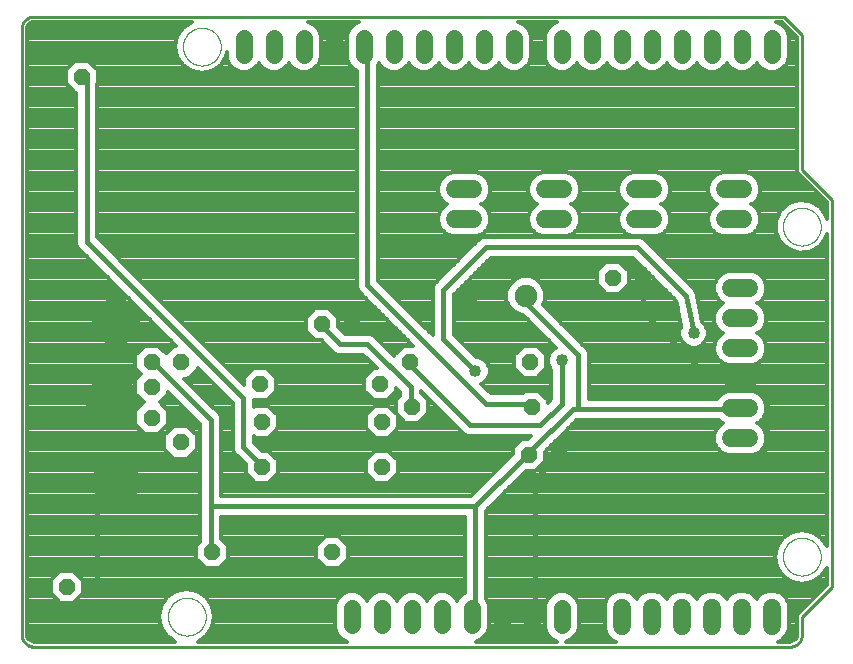
<source format=gbl>
G75*
%MOIN*%
%OFA0B0*%
%FSLAX25Y25*%
%IPPOS*%
%LPD*%
%AMOC8*
5,1,8,0,0,1.08239X$1,22.5*
%
%ADD10C,0.01000*%
%ADD11C,0.00000*%
%ADD12C,0.06000*%
%ADD13OC8,0.05200*%
%ADD14C,0.07500*%
%ADD15OC8,0.07500*%
%ADD16C,0.05937*%
%ADD17C,0.05740*%
%ADD18C,0.15748*%
%ADD19OC8,0.05600*%
%ADD20C,0.17716*%
%ADD21C,0.01600*%
%ADD22C,0.04000*%
%ADD23C,0.01400*%
D10*
X0027421Y0005637D02*
X0027421Y0207763D01*
X0027422Y0207763D02*
X0027424Y0207887D01*
X0027430Y0208010D01*
X0027439Y0208134D01*
X0027453Y0208256D01*
X0027470Y0208379D01*
X0027492Y0208501D01*
X0027517Y0208622D01*
X0027546Y0208742D01*
X0027578Y0208861D01*
X0027615Y0208980D01*
X0027655Y0209097D01*
X0027698Y0209212D01*
X0027746Y0209327D01*
X0027797Y0209439D01*
X0027851Y0209550D01*
X0027909Y0209660D01*
X0027970Y0209767D01*
X0028035Y0209873D01*
X0028103Y0209976D01*
X0028174Y0210077D01*
X0028248Y0210176D01*
X0028325Y0210273D01*
X0028406Y0210367D01*
X0028489Y0210458D01*
X0028575Y0210547D01*
X0028664Y0210633D01*
X0028755Y0210716D01*
X0028849Y0210797D01*
X0028946Y0210874D01*
X0029045Y0210948D01*
X0029146Y0211019D01*
X0029249Y0211087D01*
X0029355Y0211152D01*
X0029462Y0211213D01*
X0029572Y0211271D01*
X0029683Y0211325D01*
X0029795Y0211376D01*
X0029910Y0211424D01*
X0030025Y0211467D01*
X0030142Y0211507D01*
X0030261Y0211544D01*
X0030380Y0211576D01*
X0030500Y0211605D01*
X0030621Y0211630D01*
X0030743Y0211652D01*
X0030866Y0211669D01*
X0030988Y0211683D01*
X0031112Y0211692D01*
X0031235Y0211698D01*
X0031359Y0211700D01*
X0281421Y0211700D01*
X0287421Y0205700D01*
X0287421Y0160700D01*
X0297421Y0150700D01*
X0297421Y0021700D01*
X0287421Y0011700D01*
X0287421Y0005637D01*
X0287419Y0005513D01*
X0287413Y0005390D01*
X0287404Y0005266D01*
X0287390Y0005144D01*
X0287373Y0005021D01*
X0287351Y0004899D01*
X0287326Y0004778D01*
X0287297Y0004658D01*
X0287265Y0004539D01*
X0287228Y0004420D01*
X0287188Y0004303D01*
X0287145Y0004188D01*
X0287097Y0004073D01*
X0287046Y0003961D01*
X0286992Y0003850D01*
X0286934Y0003740D01*
X0286873Y0003633D01*
X0286808Y0003527D01*
X0286740Y0003424D01*
X0286669Y0003323D01*
X0286595Y0003224D01*
X0286518Y0003127D01*
X0286437Y0003033D01*
X0286354Y0002942D01*
X0286268Y0002853D01*
X0286179Y0002767D01*
X0286088Y0002684D01*
X0285994Y0002603D01*
X0285897Y0002526D01*
X0285798Y0002452D01*
X0285697Y0002381D01*
X0285594Y0002313D01*
X0285488Y0002248D01*
X0285381Y0002187D01*
X0285271Y0002129D01*
X0285160Y0002075D01*
X0285048Y0002024D01*
X0284933Y0001976D01*
X0284818Y0001933D01*
X0284701Y0001893D01*
X0284582Y0001856D01*
X0284463Y0001824D01*
X0284343Y0001795D01*
X0284222Y0001770D01*
X0284100Y0001748D01*
X0283977Y0001731D01*
X0283855Y0001717D01*
X0283731Y0001708D01*
X0283608Y0001702D01*
X0283484Y0001700D01*
X0031359Y0001700D01*
X0031235Y0001702D01*
X0031112Y0001708D01*
X0030988Y0001717D01*
X0030866Y0001731D01*
X0030743Y0001748D01*
X0030621Y0001770D01*
X0030500Y0001795D01*
X0030380Y0001824D01*
X0030261Y0001856D01*
X0030142Y0001893D01*
X0030025Y0001933D01*
X0029910Y0001976D01*
X0029795Y0002024D01*
X0029683Y0002075D01*
X0029572Y0002129D01*
X0029462Y0002187D01*
X0029355Y0002248D01*
X0029249Y0002313D01*
X0029146Y0002381D01*
X0029045Y0002452D01*
X0028946Y0002526D01*
X0028849Y0002603D01*
X0028755Y0002684D01*
X0028664Y0002767D01*
X0028575Y0002853D01*
X0028489Y0002942D01*
X0028406Y0003033D01*
X0028325Y0003127D01*
X0028248Y0003224D01*
X0028174Y0003323D01*
X0028103Y0003424D01*
X0028035Y0003527D01*
X0027970Y0003633D01*
X0027909Y0003740D01*
X0027851Y0003850D01*
X0027797Y0003961D01*
X0027746Y0004073D01*
X0027698Y0004188D01*
X0027655Y0004303D01*
X0027615Y0004420D01*
X0027578Y0004539D01*
X0027546Y0004658D01*
X0027517Y0004778D01*
X0027492Y0004899D01*
X0027470Y0005021D01*
X0027453Y0005144D01*
X0027439Y0005266D01*
X0027430Y0005390D01*
X0027424Y0005513D01*
X0027422Y0005637D01*
D11*
X0076122Y0011700D02*
X0076124Y0011858D01*
X0076130Y0012016D01*
X0076140Y0012174D01*
X0076154Y0012332D01*
X0076172Y0012489D01*
X0076193Y0012646D01*
X0076219Y0012802D01*
X0076249Y0012958D01*
X0076282Y0013113D01*
X0076320Y0013266D01*
X0076361Y0013419D01*
X0076406Y0013571D01*
X0076455Y0013722D01*
X0076508Y0013871D01*
X0076564Y0014019D01*
X0076624Y0014165D01*
X0076688Y0014310D01*
X0076756Y0014453D01*
X0076827Y0014595D01*
X0076901Y0014735D01*
X0076979Y0014872D01*
X0077061Y0015008D01*
X0077145Y0015142D01*
X0077234Y0015273D01*
X0077325Y0015402D01*
X0077420Y0015529D01*
X0077517Y0015654D01*
X0077618Y0015776D01*
X0077722Y0015895D01*
X0077829Y0016012D01*
X0077939Y0016126D01*
X0078052Y0016237D01*
X0078167Y0016346D01*
X0078285Y0016451D01*
X0078406Y0016553D01*
X0078529Y0016653D01*
X0078655Y0016749D01*
X0078783Y0016842D01*
X0078913Y0016932D01*
X0079046Y0017018D01*
X0079181Y0017102D01*
X0079317Y0017181D01*
X0079456Y0017258D01*
X0079597Y0017330D01*
X0079739Y0017400D01*
X0079883Y0017465D01*
X0080029Y0017527D01*
X0080176Y0017585D01*
X0080325Y0017640D01*
X0080475Y0017691D01*
X0080626Y0017738D01*
X0080778Y0017781D01*
X0080931Y0017820D01*
X0081086Y0017856D01*
X0081241Y0017887D01*
X0081397Y0017915D01*
X0081553Y0017939D01*
X0081710Y0017959D01*
X0081868Y0017975D01*
X0082025Y0017987D01*
X0082184Y0017995D01*
X0082342Y0017999D01*
X0082500Y0017999D01*
X0082658Y0017995D01*
X0082817Y0017987D01*
X0082974Y0017975D01*
X0083132Y0017959D01*
X0083289Y0017939D01*
X0083445Y0017915D01*
X0083601Y0017887D01*
X0083756Y0017856D01*
X0083911Y0017820D01*
X0084064Y0017781D01*
X0084216Y0017738D01*
X0084367Y0017691D01*
X0084517Y0017640D01*
X0084666Y0017585D01*
X0084813Y0017527D01*
X0084959Y0017465D01*
X0085103Y0017400D01*
X0085245Y0017330D01*
X0085386Y0017258D01*
X0085525Y0017181D01*
X0085661Y0017102D01*
X0085796Y0017018D01*
X0085929Y0016932D01*
X0086059Y0016842D01*
X0086187Y0016749D01*
X0086313Y0016653D01*
X0086436Y0016553D01*
X0086557Y0016451D01*
X0086675Y0016346D01*
X0086790Y0016237D01*
X0086903Y0016126D01*
X0087013Y0016012D01*
X0087120Y0015895D01*
X0087224Y0015776D01*
X0087325Y0015654D01*
X0087422Y0015529D01*
X0087517Y0015402D01*
X0087608Y0015273D01*
X0087697Y0015142D01*
X0087781Y0015008D01*
X0087863Y0014872D01*
X0087941Y0014735D01*
X0088015Y0014595D01*
X0088086Y0014453D01*
X0088154Y0014310D01*
X0088218Y0014165D01*
X0088278Y0014019D01*
X0088334Y0013871D01*
X0088387Y0013722D01*
X0088436Y0013571D01*
X0088481Y0013419D01*
X0088522Y0013266D01*
X0088560Y0013113D01*
X0088593Y0012958D01*
X0088623Y0012802D01*
X0088649Y0012646D01*
X0088670Y0012489D01*
X0088688Y0012332D01*
X0088702Y0012174D01*
X0088712Y0012016D01*
X0088718Y0011858D01*
X0088720Y0011700D01*
X0088718Y0011542D01*
X0088712Y0011384D01*
X0088702Y0011226D01*
X0088688Y0011068D01*
X0088670Y0010911D01*
X0088649Y0010754D01*
X0088623Y0010598D01*
X0088593Y0010442D01*
X0088560Y0010287D01*
X0088522Y0010134D01*
X0088481Y0009981D01*
X0088436Y0009829D01*
X0088387Y0009678D01*
X0088334Y0009529D01*
X0088278Y0009381D01*
X0088218Y0009235D01*
X0088154Y0009090D01*
X0088086Y0008947D01*
X0088015Y0008805D01*
X0087941Y0008665D01*
X0087863Y0008528D01*
X0087781Y0008392D01*
X0087697Y0008258D01*
X0087608Y0008127D01*
X0087517Y0007998D01*
X0087422Y0007871D01*
X0087325Y0007746D01*
X0087224Y0007624D01*
X0087120Y0007505D01*
X0087013Y0007388D01*
X0086903Y0007274D01*
X0086790Y0007163D01*
X0086675Y0007054D01*
X0086557Y0006949D01*
X0086436Y0006847D01*
X0086313Y0006747D01*
X0086187Y0006651D01*
X0086059Y0006558D01*
X0085929Y0006468D01*
X0085796Y0006382D01*
X0085661Y0006298D01*
X0085525Y0006219D01*
X0085386Y0006142D01*
X0085245Y0006070D01*
X0085103Y0006000D01*
X0084959Y0005935D01*
X0084813Y0005873D01*
X0084666Y0005815D01*
X0084517Y0005760D01*
X0084367Y0005709D01*
X0084216Y0005662D01*
X0084064Y0005619D01*
X0083911Y0005580D01*
X0083756Y0005544D01*
X0083601Y0005513D01*
X0083445Y0005485D01*
X0083289Y0005461D01*
X0083132Y0005441D01*
X0082974Y0005425D01*
X0082817Y0005413D01*
X0082658Y0005405D01*
X0082500Y0005401D01*
X0082342Y0005401D01*
X0082184Y0005405D01*
X0082025Y0005413D01*
X0081868Y0005425D01*
X0081710Y0005441D01*
X0081553Y0005461D01*
X0081397Y0005485D01*
X0081241Y0005513D01*
X0081086Y0005544D01*
X0080931Y0005580D01*
X0080778Y0005619D01*
X0080626Y0005662D01*
X0080475Y0005709D01*
X0080325Y0005760D01*
X0080176Y0005815D01*
X0080029Y0005873D01*
X0079883Y0005935D01*
X0079739Y0006000D01*
X0079597Y0006070D01*
X0079456Y0006142D01*
X0079317Y0006219D01*
X0079181Y0006298D01*
X0079046Y0006382D01*
X0078913Y0006468D01*
X0078783Y0006558D01*
X0078655Y0006651D01*
X0078529Y0006747D01*
X0078406Y0006847D01*
X0078285Y0006949D01*
X0078167Y0007054D01*
X0078052Y0007163D01*
X0077939Y0007274D01*
X0077829Y0007388D01*
X0077722Y0007505D01*
X0077618Y0007624D01*
X0077517Y0007746D01*
X0077420Y0007871D01*
X0077325Y0007998D01*
X0077234Y0008127D01*
X0077145Y0008258D01*
X0077061Y0008392D01*
X0076979Y0008528D01*
X0076901Y0008665D01*
X0076827Y0008805D01*
X0076756Y0008947D01*
X0076688Y0009090D01*
X0076624Y0009235D01*
X0076564Y0009381D01*
X0076508Y0009529D01*
X0076455Y0009678D01*
X0076406Y0009829D01*
X0076361Y0009981D01*
X0076320Y0010134D01*
X0076282Y0010287D01*
X0076249Y0010442D01*
X0076219Y0010598D01*
X0076193Y0010754D01*
X0076172Y0010911D01*
X0076154Y0011068D01*
X0076140Y0011226D01*
X0076130Y0011384D01*
X0076124Y0011542D01*
X0076122Y0011700D01*
X0281122Y0031700D02*
X0281124Y0031858D01*
X0281130Y0032016D01*
X0281140Y0032174D01*
X0281154Y0032332D01*
X0281172Y0032489D01*
X0281193Y0032646D01*
X0281219Y0032802D01*
X0281249Y0032958D01*
X0281282Y0033113D01*
X0281320Y0033266D01*
X0281361Y0033419D01*
X0281406Y0033571D01*
X0281455Y0033722D01*
X0281508Y0033871D01*
X0281564Y0034019D01*
X0281624Y0034165D01*
X0281688Y0034310D01*
X0281756Y0034453D01*
X0281827Y0034595D01*
X0281901Y0034735D01*
X0281979Y0034872D01*
X0282061Y0035008D01*
X0282145Y0035142D01*
X0282234Y0035273D01*
X0282325Y0035402D01*
X0282420Y0035529D01*
X0282517Y0035654D01*
X0282618Y0035776D01*
X0282722Y0035895D01*
X0282829Y0036012D01*
X0282939Y0036126D01*
X0283052Y0036237D01*
X0283167Y0036346D01*
X0283285Y0036451D01*
X0283406Y0036553D01*
X0283529Y0036653D01*
X0283655Y0036749D01*
X0283783Y0036842D01*
X0283913Y0036932D01*
X0284046Y0037018D01*
X0284181Y0037102D01*
X0284317Y0037181D01*
X0284456Y0037258D01*
X0284597Y0037330D01*
X0284739Y0037400D01*
X0284883Y0037465D01*
X0285029Y0037527D01*
X0285176Y0037585D01*
X0285325Y0037640D01*
X0285475Y0037691D01*
X0285626Y0037738D01*
X0285778Y0037781D01*
X0285931Y0037820D01*
X0286086Y0037856D01*
X0286241Y0037887D01*
X0286397Y0037915D01*
X0286553Y0037939D01*
X0286710Y0037959D01*
X0286868Y0037975D01*
X0287025Y0037987D01*
X0287184Y0037995D01*
X0287342Y0037999D01*
X0287500Y0037999D01*
X0287658Y0037995D01*
X0287817Y0037987D01*
X0287974Y0037975D01*
X0288132Y0037959D01*
X0288289Y0037939D01*
X0288445Y0037915D01*
X0288601Y0037887D01*
X0288756Y0037856D01*
X0288911Y0037820D01*
X0289064Y0037781D01*
X0289216Y0037738D01*
X0289367Y0037691D01*
X0289517Y0037640D01*
X0289666Y0037585D01*
X0289813Y0037527D01*
X0289959Y0037465D01*
X0290103Y0037400D01*
X0290245Y0037330D01*
X0290386Y0037258D01*
X0290525Y0037181D01*
X0290661Y0037102D01*
X0290796Y0037018D01*
X0290929Y0036932D01*
X0291059Y0036842D01*
X0291187Y0036749D01*
X0291313Y0036653D01*
X0291436Y0036553D01*
X0291557Y0036451D01*
X0291675Y0036346D01*
X0291790Y0036237D01*
X0291903Y0036126D01*
X0292013Y0036012D01*
X0292120Y0035895D01*
X0292224Y0035776D01*
X0292325Y0035654D01*
X0292422Y0035529D01*
X0292517Y0035402D01*
X0292608Y0035273D01*
X0292697Y0035142D01*
X0292781Y0035008D01*
X0292863Y0034872D01*
X0292941Y0034735D01*
X0293015Y0034595D01*
X0293086Y0034453D01*
X0293154Y0034310D01*
X0293218Y0034165D01*
X0293278Y0034019D01*
X0293334Y0033871D01*
X0293387Y0033722D01*
X0293436Y0033571D01*
X0293481Y0033419D01*
X0293522Y0033266D01*
X0293560Y0033113D01*
X0293593Y0032958D01*
X0293623Y0032802D01*
X0293649Y0032646D01*
X0293670Y0032489D01*
X0293688Y0032332D01*
X0293702Y0032174D01*
X0293712Y0032016D01*
X0293718Y0031858D01*
X0293720Y0031700D01*
X0293718Y0031542D01*
X0293712Y0031384D01*
X0293702Y0031226D01*
X0293688Y0031068D01*
X0293670Y0030911D01*
X0293649Y0030754D01*
X0293623Y0030598D01*
X0293593Y0030442D01*
X0293560Y0030287D01*
X0293522Y0030134D01*
X0293481Y0029981D01*
X0293436Y0029829D01*
X0293387Y0029678D01*
X0293334Y0029529D01*
X0293278Y0029381D01*
X0293218Y0029235D01*
X0293154Y0029090D01*
X0293086Y0028947D01*
X0293015Y0028805D01*
X0292941Y0028665D01*
X0292863Y0028528D01*
X0292781Y0028392D01*
X0292697Y0028258D01*
X0292608Y0028127D01*
X0292517Y0027998D01*
X0292422Y0027871D01*
X0292325Y0027746D01*
X0292224Y0027624D01*
X0292120Y0027505D01*
X0292013Y0027388D01*
X0291903Y0027274D01*
X0291790Y0027163D01*
X0291675Y0027054D01*
X0291557Y0026949D01*
X0291436Y0026847D01*
X0291313Y0026747D01*
X0291187Y0026651D01*
X0291059Y0026558D01*
X0290929Y0026468D01*
X0290796Y0026382D01*
X0290661Y0026298D01*
X0290525Y0026219D01*
X0290386Y0026142D01*
X0290245Y0026070D01*
X0290103Y0026000D01*
X0289959Y0025935D01*
X0289813Y0025873D01*
X0289666Y0025815D01*
X0289517Y0025760D01*
X0289367Y0025709D01*
X0289216Y0025662D01*
X0289064Y0025619D01*
X0288911Y0025580D01*
X0288756Y0025544D01*
X0288601Y0025513D01*
X0288445Y0025485D01*
X0288289Y0025461D01*
X0288132Y0025441D01*
X0287974Y0025425D01*
X0287817Y0025413D01*
X0287658Y0025405D01*
X0287500Y0025401D01*
X0287342Y0025401D01*
X0287184Y0025405D01*
X0287025Y0025413D01*
X0286868Y0025425D01*
X0286710Y0025441D01*
X0286553Y0025461D01*
X0286397Y0025485D01*
X0286241Y0025513D01*
X0286086Y0025544D01*
X0285931Y0025580D01*
X0285778Y0025619D01*
X0285626Y0025662D01*
X0285475Y0025709D01*
X0285325Y0025760D01*
X0285176Y0025815D01*
X0285029Y0025873D01*
X0284883Y0025935D01*
X0284739Y0026000D01*
X0284597Y0026070D01*
X0284456Y0026142D01*
X0284317Y0026219D01*
X0284181Y0026298D01*
X0284046Y0026382D01*
X0283913Y0026468D01*
X0283783Y0026558D01*
X0283655Y0026651D01*
X0283529Y0026747D01*
X0283406Y0026847D01*
X0283285Y0026949D01*
X0283167Y0027054D01*
X0283052Y0027163D01*
X0282939Y0027274D01*
X0282829Y0027388D01*
X0282722Y0027505D01*
X0282618Y0027624D01*
X0282517Y0027746D01*
X0282420Y0027871D01*
X0282325Y0027998D01*
X0282234Y0028127D01*
X0282145Y0028258D01*
X0282061Y0028392D01*
X0281979Y0028528D01*
X0281901Y0028665D01*
X0281827Y0028805D01*
X0281756Y0028947D01*
X0281688Y0029090D01*
X0281624Y0029235D01*
X0281564Y0029381D01*
X0281508Y0029529D01*
X0281455Y0029678D01*
X0281406Y0029829D01*
X0281361Y0029981D01*
X0281320Y0030134D01*
X0281282Y0030287D01*
X0281249Y0030442D01*
X0281219Y0030598D01*
X0281193Y0030754D01*
X0281172Y0030911D01*
X0281154Y0031068D01*
X0281140Y0031226D01*
X0281130Y0031384D01*
X0281124Y0031542D01*
X0281122Y0031700D01*
X0281122Y0141700D02*
X0281124Y0141858D01*
X0281130Y0142016D01*
X0281140Y0142174D01*
X0281154Y0142332D01*
X0281172Y0142489D01*
X0281193Y0142646D01*
X0281219Y0142802D01*
X0281249Y0142958D01*
X0281282Y0143113D01*
X0281320Y0143266D01*
X0281361Y0143419D01*
X0281406Y0143571D01*
X0281455Y0143722D01*
X0281508Y0143871D01*
X0281564Y0144019D01*
X0281624Y0144165D01*
X0281688Y0144310D01*
X0281756Y0144453D01*
X0281827Y0144595D01*
X0281901Y0144735D01*
X0281979Y0144872D01*
X0282061Y0145008D01*
X0282145Y0145142D01*
X0282234Y0145273D01*
X0282325Y0145402D01*
X0282420Y0145529D01*
X0282517Y0145654D01*
X0282618Y0145776D01*
X0282722Y0145895D01*
X0282829Y0146012D01*
X0282939Y0146126D01*
X0283052Y0146237D01*
X0283167Y0146346D01*
X0283285Y0146451D01*
X0283406Y0146553D01*
X0283529Y0146653D01*
X0283655Y0146749D01*
X0283783Y0146842D01*
X0283913Y0146932D01*
X0284046Y0147018D01*
X0284181Y0147102D01*
X0284317Y0147181D01*
X0284456Y0147258D01*
X0284597Y0147330D01*
X0284739Y0147400D01*
X0284883Y0147465D01*
X0285029Y0147527D01*
X0285176Y0147585D01*
X0285325Y0147640D01*
X0285475Y0147691D01*
X0285626Y0147738D01*
X0285778Y0147781D01*
X0285931Y0147820D01*
X0286086Y0147856D01*
X0286241Y0147887D01*
X0286397Y0147915D01*
X0286553Y0147939D01*
X0286710Y0147959D01*
X0286868Y0147975D01*
X0287025Y0147987D01*
X0287184Y0147995D01*
X0287342Y0147999D01*
X0287500Y0147999D01*
X0287658Y0147995D01*
X0287817Y0147987D01*
X0287974Y0147975D01*
X0288132Y0147959D01*
X0288289Y0147939D01*
X0288445Y0147915D01*
X0288601Y0147887D01*
X0288756Y0147856D01*
X0288911Y0147820D01*
X0289064Y0147781D01*
X0289216Y0147738D01*
X0289367Y0147691D01*
X0289517Y0147640D01*
X0289666Y0147585D01*
X0289813Y0147527D01*
X0289959Y0147465D01*
X0290103Y0147400D01*
X0290245Y0147330D01*
X0290386Y0147258D01*
X0290525Y0147181D01*
X0290661Y0147102D01*
X0290796Y0147018D01*
X0290929Y0146932D01*
X0291059Y0146842D01*
X0291187Y0146749D01*
X0291313Y0146653D01*
X0291436Y0146553D01*
X0291557Y0146451D01*
X0291675Y0146346D01*
X0291790Y0146237D01*
X0291903Y0146126D01*
X0292013Y0146012D01*
X0292120Y0145895D01*
X0292224Y0145776D01*
X0292325Y0145654D01*
X0292422Y0145529D01*
X0292517Y0145402D01*
X0292608Y0145273D01*
X0292697Y0145142D01*
X0292781Y0145008D01*
X0292863Y0144872D01*
X0292941Y0144735D01*
X0293015Y0144595D01*
X0293086Y0144453D01*
X0293154Y0144310D01*
X0293218Y0144165D01*
X0293278Y0144019D01*
X0293334Y0143871D01*
X0293387Y0143722D01*
X0293436Y0143571D01*
X0293481Y0143419D01*
X0293522Y0143266D01*
X0293560Y0143113D01*
X0293593Y0142958D01*
X0293623Y0142802D01*
X0293649Y0142646D01*
X0293670Y0142489D01*
X0293688Y0142332D01*
X0293702Y0142174D01*
X0293712Y0142016D01*
X0293718Y0141858D01*
X0293720Y0141700D01*
X0293718Y0141542D01*
X0293712Y0141384D01*
X0293702Y0141226D01*
X0293688Y0141068D01*
X0293670Y0140911D01*
X0293649Y0140754D01*
X0293623Y0140598D01*
X0293593Y0140442D01*
X0293560Y0140287D01*
X0293522Y0140134D01*
X0293481Y0139981D01*
X0293436Y0139829D01*
X0293387Y0139678D01*
X0293334Y0139529D01*
X0293278Y0139381D01*
X0293218Y0139235D01*
X0293154Y0139090D01*
X0293086Y0138947D01*
X0293015Y0138805D01*
X0292941Y0138665D01*
X0292863Y0138528D01*
X0292781Y0138392D01*
X0292697Y0138258D01*
X0292608Y0138127D01*
X0292517Y0137998D01*
X0292422Y0137871D01*
X0292325Y0137746D01*
X0292224Y0137624D01*
X0292120Y0137505D01*
X0292013Y0137388D01*
X0291903Y0137274D01*
X0291790Y0137163D01*
X0291675Y0137054D01*
X0291557Y0136949D01*
X0291436Y0136847D01*
X0291313Y0136747D01*
X0291187Y0136651D01*
X0291059Y0136558D01*
X0290929Y0136468D01*
X0290796Y0136382D01*
X0290661Y0136298D01*
X0290525Y0136219D01*
X0290386Y0136142D01*
X0290245Y0136070D01*
X0290103Y0136000D01*
X0289959Y0135935D01*
X0289813Y0135873D01*
X0289666Y0135815D01*
X0289517Y0135760D01*
X0289367Y0135709D01*
X0289216Y0135662D01*
X0289064Y0135619D01*
X0288911Y0135580D01*
X0288756Y0135544D01*
X0288601Y0135513D01*
X0288445Y0135485D01*
X0288289Y0135461D01*
X0288132Y0135441D01*
X0287974Y0135425D01*
X0287817Y0135413D01*
X0287658Y0135405D01*
X0287500Y0135401D01*
X0287342Y0135401D01*
X0287184Y0135405D01*
X0287025Y0135413D01*
X0286868Y0135425D01*
X0286710Y0135441D01*
X0286553Y0135461D01*
X0286397Y0135485D01*
X0286241Y0135513D01*
X0286086Y0135544D01*
X0285931Y0135580D01*
X0285778Y0135619D01*
X0285626Y0135662D01*
X0285475Y0135709D01*
X0285325Y0135760D01*
X0285176Y0135815D01*
X0285029Y0135873D01*
X0284883Y0135935D01*
X0284739Y0136000D01*
X0284597Y0136070D01*
X0284456Y0136142D01*
X0284317Y0136219D01*
X0284181Y0136298D01*
X0284046Y0136382D01*
X0283913Y0136468D01*
X0283783Y0136558D01*
X0283655Y0136651D01*
X0283529Y0136747D01*
X0283406Y0136847D01*
X0283285Y0136949D01*
X0283167Y0137054D01*
X0283052Y0137163D01*
X0282939Y0137274D01*
X0282829Y0137388D01*
X0282722Y0137505D01*
X0282618Y0137624D01*
X0282517Y0137746D01*
X0282420Y0137871D01*
X0282325Y0137998D01*
X0282234Y0138127D01*
X0282145Y0138258D01*
X0282061Y0138392D01*
X0281979Y0138528D01*
X0281901Y0138665D01*
X0281827Y0138805D01*
X0281756Y0138947D01*
X0281688Y0139090D01*
X0281624Y0139235D01*
X0281564Y0139381D01*
X0281508Y0139529D01*
X0281455Y0139678D01*
X0281406Y0139829D01*
X0281361Y0139981D01*
X0281320Y0140134D01*
X0281282Y0140287D01*
X0281249Y0140442D01*
X0281219Y0140598D01*
X0281193Y0140754D01*
X0281172Y0140911D01*
X0281154Y0141068D01*
X0281140Y0141226D01*
X0281130Y0141384D01*
X0281124Y0141542D01*
X0281122Y0141700D01*
X0081122Y0201700D02*
X0081124Y0201858D01*
X0081130Y0202016D01*
X0081140Y0202174D01*
X0081154Y0202332D01*
X0081172Y0202489D01*
X0081193Y0202646D01*
X0081219Y0202802D01*
X0081249Y0202958D01*
X0081282Y0203113D01*
X0081320Y0203266D01*
X0081361Y0203419D01*
X0081406Y0203571D01*
X0081455Y0203722D01*
X0081508Y0203871D01*
X0081564Y0204019D01*
X0081624Y0204165D01*
X0081688Y0204310D01*
X0081756Y0204453D01*
X0081827Y0204595D01*
X0081901Y0204735D01*
X0081979Y0204872D01*
X0082061Y0205008D01*
X0082145Y0205142D01*
X0082234Y0205273D01*
X0082325Y0205402D01*
X0082420Y0205529D01*
X0082517Y0205654D01*
X0082618Y0205776D01*
X0082722Y0205895D01*
X0082829Y0206012D01*
X0082939Y0206126D01*
X0083052Y0206237D01*
X0083167Y0206346D01*
X0083285Y0206451D01*
X0083406Y0206553D01*
X0083529Y0206653D01*
X0083655Y0206749D01*
X0083783Y0206842D01*
X0083913Y0206932D01*
X0084046Y0207018D01*
X0084181Y0207102D01*
X0084317Y0207181D01*
X0084456Y0207258D01*
X0084597Y0207330D01*
X0084739Y0207400D01*
X0084883Y0207465D01*
X0085029Y0207527D01*
X0085176Y0207585D01*
X0085325Y0207640D01*
X0085475Y0207691D01*
X0085626Y0207738D01*
X0085778Y0207781D01*
X0085931Y0207820D01*
X0086086Y0207856D01*
X0086241Y0207887D01*
X0086397Y0207915D01*
X0086553Y0207939D01*
X0086710Y0207959D01*
X0086868Y0207975D01*
X0087025Y0207987D01*
X0087184Y0207995D01*
X0087342Y0207999D01*
X0087500Y0207999D01*
X0087658Y0207995D01*
X0087817Y0207987D01*
X0087974Y0207975D01*
X0088132Y0207959D01*
X0088289Y0207939D01*
X0088445Y0207915D01*
X0088601Y0207887D01*
X0088756Y0207856D01*
X0088911Y0207820D01*
X0089064Y0207781D01*
X0089216Y0207738D01*
X0089367Y0207691D01*
X0089517Y0207640D01*
X0089666Y0207585D01*
X0089813Y0207527D01*
X0089959Y0207465D01*
X0090103Y0207400D01*
X0090245Y0207330D01*
X0090386Y0207258D01*
X0090525Y0207181D01*
X0090661Y0207102D01*
X0090796Y0207018D01*
X0090929Y0206932D01*
X0091059Y0206842D01*
X0091187Y0206749D01*
X0091313Y0206653D01*
X0091436Y0206553D01*
X0091557Y0206451D01*
X0091675Y0206346D01*
X0091790Y0206237D01*
X0091903Y0206126D01*
X0092013Y0206012D01*
X0092120Y0205895D01*
X0092224Y0205776D01*
X0092325Y0205654D01*
X0092422Y0205529D01*
X0092517Y0205402D01*
X0092608Y0205273D01*
X0092697Y0205142D01*
X0092781Y0205008D01*
X0092863Y0204872D01*
X0092941Y0204735D01*
X0093015Y0204595D01*
X0093086Y0204453D01*
X0093154Y0204310D01*
X0093218Y0204165D01*
X0093278Y0204019D01*
X0093334Y0203871D01*
X0093387Y0203722D01*
X0093436Y0203571D01*
X0093481Y0203419D01*
X0093522Y0203266D01*
X0093560Y0203113D01*
X0093593Y0202958D01*
X0093623Y0202802D01*
X0093649Y0202646D01*
X0093670Y0202489D01*
X0093688Y0202332D01*
X0093702Y0202174D01*
X0093712Y0202016D01*
X0093718Y0201858D01*
X0093720Y0201700D01*
X0093718Y0201542D01*
X0093712Y0201384D01*
X0093702Y0201226D01*
X0093688Y0201068D01*
X0093670Y0200911D01*
X0093649Y0200754D01*
X0093623Y0200598D01*
X0093593Y0200442D01*
X0093560Y0200287D01*
X0093522Y0200134D01*
X0093481Y0199981D01*
X0093436Y0199829D01*
X0093387Y0199678D01*
X0093334Y0199529D01*
X0093278Y0199381D01*
X0093218Y0199235D01*
X0093154Y0199090D01*
X0093086Y0198947D01*
X0093015Y0198805D01*
X0092941Y0198665D01*
X0092863Y0198528D01*
X0092781Y0198392D01*
X0092697Y0198258D01*
X0092608Y0198127D01*
X0092517Y0197998D01*
X0092422Y0197871D01*
X0092325Y0197746D01*
X0092224Y0197624D01*
X0092120Y0197505D01*
X0092013Y0197388D01*
X0091903Y0197274D01*
X0091790Y0197163D01*
X0091675Y0197054D01*
X0091557Y0196949D01*
X0091436Y0196847D01*
X0091313Y0196747D01*
X0091187Y0196651D01*
X0091059Y0196558D01*
X0090929Y0196468D01*
X0090796Y0196382D01*
X0090661Y0196298D01*
X0090525Y0196219D01*
X0090386Y0196142D01*
X0090245Y0196070D01*
X0090103Y0196000D01*
X0089959Y0195935D01*
X0089813Y0195873D01*
X0089666Y0195815D01*
X0089517Y0195760D01*
X0089367Y0195709D01*
X0089216Y0195662D01*
X0089064Y0195619D01*
X0088911Y0195580D01*
X0088756Y0195544D01*
X0088601Y0195513D01*
X0088445Y0195485D01*
X0088289Y0195461D01*
X0088132Y0195441D01*
X0087974Y0195425D01*
X0087817Y0195413D01*
X0087658Y0195405D01*
X0087500Y0195401D01*
X0087342Y0195401D01*
X0087184Y0195405D01*
X0087025Y0195413D01*
X0086868Y0195425D01*
X0086710Y0195441D01*
X0086553Y0195461D01*
X0086397Y0195485D01*
X0086241Y0195513D01*
X0086086Y0195544D01*
X0085931Y0195580D01*
X0085778Y0195619D01*
X0085626Y0195662D01*
X0085475Y0195709D01*
X0085325Y0195760D01*
X0085176Y0195815D01*
X0085029Y0195873D01*
X0084883Y0195935D01*
X0084739Y0196000D01*
X0084597Y0196070D01*
X0084456Y0196142D01*
X0084317Y0196219D01*
X0084181Y0196298D01*
X0084046Y0196382D01*
X0083913Y0196468D01*
X0083783Y0196558D01*
X0083655Y0196651D01*
X0083529Y0196747D01*
X0083406Y0196847D01*
X0083285Y0196949D01*
X0083167Y0197054D01*
X0083052Y0197163D01*
X0082939Y0197274D01*
X0082829Y0197388D01*
X0082722Y0197505D01*
X0082618Y0197624D01*
X0082517Y0197746D01*
X0082420Y0197871D01*
X0082325Y0197998D01*
X0082234Y0198127D01*
X0082145Y0198258D01*
X0082061Y0198392D01*
X0081979Y0198528D01*
X0081901Y0198665D01*
X0081827Y0198805D01*
X0081756Y0198947D01*
X0081688Y0199090D01*
X0081624Y0199235D01*
X0081564Y0199381D01*
X0081508Y0199529D01*
X0081455Y0199678D01*
X0081406Y0199829D01*
X0081361Y0199981D01*
X0081320Y0200134D01*
X0081282Y0200287D01*
X0081249Y0200442D01*
X0081219Y0200598D01*
X0081193Y0200754D01*
X0081172Y0200911D01*
X0081154Y0201068D01*
X0081140Y0201226D01*
X0081130Y0201384D01*
X0081124Y0201542D01*
X0081122Y0201700D01*
D12*
X0227421Y0014700D02*
X0227421Y0008700D01*
X0237421Y0008700D02*
X0237421Y0014700D01*
X0247421Y0014700D02*
X0247421Y0008700D01*
X0257421Y0008700D02*
X0257421Y0014700D01*
X0267421Y0014700D02*
X0267421Y0008700D01*
X0277421Y0008700D02*
X0277421Y0014700D01*
D13*
X0206421Y0065700D03*
X0196421Y0065700D03*
X0197421Y0081700D03*
X0196921Y0096700D03*
X0224421Y0124700D03*
X0234421Y0124700D03*
X0156921Y0096700D03*
X0146921Y0089200D03*
X0157421Y0081700D03*
X0147421Y0076700D03*
X0147421Y0061700D03*
X0130921Y0033200D03*
X0107421Y0061700D03*
X0107421Y0076700D03*
X0106921Y0089200D03*
X0127421Y0109200D03*
X0137421Y0109200D03*
X0090921Y0033200D03*
X0052421Y0021700D03*
X0042421Y0021700D03*
X0047421Y0191700D03*
X0057421Y0191700D03*
D14*
X0195421Y0118700D03*
D15*
X0175421Y0118700D03*
D16*
X0177890Y0144200D02*
X0171953Y0144200D01*
X0171953Y0154200D02*
X0177890Y0154200D01*
X0201953Y0154200D02*
X0207890Y0154200D01*
X0207890Y0144200D02*
X0201953Y0144200D01*
X0231953Y0144200D02*
X0237890Y0144200D01*
X0237890Y0154200D02*
X0231953Y0154200D01*
X0261953Y0154200D02*
X0267890Y0154200D01*
X0267890Y0144200D02*
X0261953Y0144200D01*
X0263953Y0121200D02*
X0269890Y0121200D01*
X0269890Y0111200D02*
X0263953Y0111200D01*
X0263953Y0101200D02*
X0269890Y0101200D01*
X0269890Y0091200D02*
X0263953Y0091200D01*
X0263953Y0081200D02*
X0269890Y0081200D01*
X0269890Y0071200D02*
X0263953Y0071200D01*
D17*
X0207421Y0014570D02*
X0207421Y0008830D01*
X0197421Y0008830D02*
X0197421Y0014570D01*
X0187421Y0014570D02*
X0187421Y0008830D01*
X0177421Y0008830D02*
X0177421Y0014570D01*
X0167421Y0014570D02*
X0167421Y0008830D01*
X0157421Y0008830D02*
X0157421Y0014570D01*
X0147421Y0014570D02*
X0147421Y0008830D01*
X0137421Y0008830D02*
X0137421Y0014570D01*
X0141421Y0198830D02*
X0141421Y0204570D01*
X0151421Y0204570D02*
X0151421Y0198830D01*
X0161421Y0198830D02*
X0161421Y0204570D01*
X0171421Y0204570D02*
X0171421Y0198830D01*
X0181421Y0198830D02*
X0181421Y0204570D01*
X0191421Y0204570D02*
X0191421Y0198830D01*
X0207421Y0198830D02*
X0207421Y0204570D01*
X0217421Y0204570D02*
X0217421Y0198830D01*
X0227421Y0198830D02*
X0227421Y0204570D01*
X0237421Y0204570D02*
X0237421Y0198830D01*
X0247421Y0198830D02*
X0247421Y0204570D01*
X0257421Y0204570D02*
X0257421Y0198830D01*
X0267421Y0198830D02*
X0267421Y0204570D01*
X0277421Y0204570D02*
X0277421Y0198830D01*
X0131421Y0198830D02*
X0131421Y0204570D01*
X0121421Y0204570D02*
X0121421Y0198830D01*
X0111421Y0198830D02*
X0111421Y0204570D01*
X0101421Y0204570D02*
X0101421Y0198830D01*
D18*
X0058874Y0109972D03*
X0058874Y0056625D03*
D19*
X0070685Y0069814D03*
X0080331Y0069814D03*
X0070685Y0078082D03*
X0070685Y0088318D03*
X0070685Y0096586D03*
X0080528Y0096586D03*
D20*
X0057421Y0083200D03*
D21*
X0058021Y0082700D01*
X0070621Y0070100D01*
X0070685Y0069814D01*
X0058874Y0056625D02*
X0058021Y0055700D01*
X0052621Y0050300D01*
X0052621Y0023300D01*
X0052421Y0021700D01*
X0090421Y0034100D02*
X0090921Y0033200D01*
X0090421Y0034100D02*
X0090421Y0048500D01*
X0178621Y0048500D01*
X0194821Y0064700D01*
X0196421Y0065700D01*
X0196621Y0066500D01*
X0211021Y0080900D01*
X0212821Y0080900D01*
X0212821Y0098900D01*
X0196621Y0115100D01*
X0196621Y0118700D01*
X0195421Y0118700D01*
X0185821Y0118700D02*
X0198421Y0131300D01*
X0229021Y0131300D01*
X0234421Y0125900D01*
X0234421Y0124700D01*
X0234421Y0113300D01*
X0256021Y0091700D01*
X0266821Y0091700D01*
X0266921Y0091200D01*
X0268621Y0091700D01*
X0275821Y0084500D01*
X0275821Y0068300D01*
X0272221Y0064700D01*
X0207421Y0064700D01*
X0206421Y0065700D01*
X0205621Y0064700D01*
X0198421Y0057500D01*
X0198421Y0012500D01*
X0197421Y0011700D01*
X0178621Y0012500D02*
X0177421Y0011700D01*
X0178621Y0012500D02*
X0178621Y0048500D01*
X0176821Y0075500D02*
X0157021Y0095300D01*
X0156921Y0096700D01*
X0157021Y0088100D02*
X0142621Y0102500D01*
X0133621Y0102500D01*
X0128221Y0107900D01*
X0127421Y0109200D01*
X0142621Y0122300D02*
X0142621Y0201500D01*
X0141421Y0201700D01*
X0182221Y0134900D02*
X0167821Y0120500D01*
X0167821Y0104300D01*
X0178621Y0093500D01*
X0182221Y0082700D02*
X0142621Y0122300D01*
X0175421Y0118700D02*
X0185821Y0118700D01*
X0182221Y0134900D02*
X0232621Y0134900D01*
X0248821Y0118700D01*
X0251321Y0106100D01*
X0266921Y0081200D02*
X0266821Y0080900D01*
X0212821Y0080900D01*
X0207421Y0082700D02*
X0200221Y0075500D01*
X0176821Y0075500D01*
X0182221Y0082700D02*
X0196621Y0082700D01*
X0197421Y0081700D01*
X0207421Y0082700D02*
X0207421Y0097100D01*
X0157021Y0088100D02*
X0157021Y0082700D01*
X0157421Y0081700D01*
X0107421Y0061700D02*
X0106621Y0062900D01*
X0101221Y0068300D01*
X0101221Y0084500D01*
X0049021Y0136700D01*
X0049021Y0190700D01*
X0047421Y0191700D01*
X0070685Y0096586D02*
X0072421Y0095300D01*
X0090421Y0077300D01*
X0090421Y0048500D01*
D22*
X0178621Y0093500D03*
X0207421Y0097100D03*
X0251321Y0106100D03*
D23*
X0254683Y0109385D02*
X0258569Y0109385D01*
X0258284Y0110072D02*
X0259147Y0107989D01*
X0260742Y0106394D01*
X0261212Y0106200D01*
X0260742Y0106006D01*
X0259147Y0104411D01*
X0258284Y0102328D01*
X0258284Y0100072D01*
X0259147Y0097989D01*
X0260742Y0096394D01*
X0262825Y0095531D01*
X0271018Y0095531D01*
X0273101Y0096394D01*
X0274696Y0097989D01*
X0275558Y0100072D01*
X0275558Y0102328D01*
X0274696Y0104411D01*
X0273101Y0106006D01*
X0272631Y0106200D01*
X0273101Y0106394D01*
X0274696Y0107989D01*
X0275558Y0110072D01*
X0275558Y0112328D01*
X0274696Y0114411D01*
X0273101Y0116006D01*
X0272631Y0116200D01*
X0273101Y0116394D01*
X0274696Y0117989D01*
X0275558Y0120072D01*
X0275558Y0122328D01*
X0274696Y0124411D01*
X0273101Y0126006D01*
X0271018Y0126868D01*
X0262825Y0126868D01*
X0260742Y0126006D01*
X0259147Y0124411D01*
X0258284Y0122328D01*
X0258284Y0120072D01*
X0259147Y0117989D01*
X0260742Y0116394D01*
X0261212Y0116200D01*
X0260742Y0116006D01*
X0259147Y0114411D01*
X0258284Y0112328D01*
X0258284Y0110072D01*
X0258284Y0110784D02*
X0253960Y0110784D01*
X0254128Y0109941D02*
X0252321Y0119044D01*
X0252321Y0119396D01*
X0252187Y0119720D01*
X0252119Y0120064D01*
X0251923Y0120357D01*
X0251789Y0120683D01*
X0251541Y0120931D01*
X0251346Y0121222D01*
X0251053Y0121418D01*
X0235589Y0136883D01*
X0234604Y0137867D01*
X0233318Y0138400D01*
X0181525Y0138400D01*
X0180239Y0137867D01*
X0165839Y0123467D01*
X0164854Y0122483D01*
X0164321Y0121196D01*
X0164321Y0105550D01*
X0146121Y0123750D01*
X0146121Y0195653D01*
X0146144Y0195675D01*
X0146421Y0196346D01*
X0146699Y0195675D01*
X0148266Y0194108D01*
X0150314Y0193260D01*
X0152529Y0193260D01*
X0154577Y0194108D01*
X0156144Y0195675D01*
X0156421Y0196346D01*
X0156699Y0195675D01*
X0158266Y0194108D01*
X0160314Y0193260D01*
X0162529Y0193260D01*
X0164577Y0194108D01*
X0166144Y0195675D01*
X0166421Y0196346D01*
X0166699Y0195675D01*
X0168266Y0194108D01*
X0170314Y0193260D01*
X0172529Y0193260D01*
X0174577Y0194108D01*
X0176144Y0195675D01*
X0176421Y0196346D01*
X0176699Y0195675D01*
X0178266Y0194108D01*
X0180314Y0193260D01*
X0182529Y0193260D01*
X0184577Y0194108D01*
X0186144Y0195675D01*
X0186421Y0196346D01*
X0186699Y0195675D01*
X0188266Y0194108D01*
X0190314Y0193260D01*
X0192529Y0193260D01*
X0194577Y0194108D01*
X0196144Y0195675D01*
X0196992Y0197722D01*
X0196992Y0205678D01*
X0196144Y0207725D01*
X0194577Y0209292D01*
X0192868Y0210000D01*
X0205975Y0210000D01*
X0204266Y0209292D01*
X0202699Y0207725D01*
X0201851Y0205678D01*
X0201851Y0197722D01*
X0202699Y0195675D01*
X0204266Y0194108D01*
X0206314Y0193260D01*
X0208529Y0193260D01*
X0210577Y0194108D01*
X0212144Y0195675D01*
X0212421Y0196346D01*
X0212699Y0195675D01*
X0214266Y0194108D01*
X0216314Y0193260D01*
X0218529Y0193260D01*
X0220577Y0194108D01*
X0222144Y0195675D01*
X0222421Y0196346D01*
X0222699Y0195675D01*
X0224266Y0194108D01*
X0226314Y0193260D01*
X0228529Y0193260D01*
X0230577Y0194108D01*
X0232144Y0195675D01*
X0232421Y0196346D01*
X0232699Y0195675D01*
X0234266Y0194108D01*
X0236314Y0193260D01*
X0238529Y0193260D01*
X0240577Y0194108D01*
X0242144Y0195675D01*
X0242421Y0196346D01*
X0242699Y0195675D01*
X0244266Y0194108D01*
X0246314Y0193260D01*
X0248529Y0193260D01*
X0250577Y0194108D01*
X0252144Y0195675D01*
X0252421Y0196346D01*
X0252699Y0195675D01*
X0254266Y0194108D01*
X0256314Y0193260D01*
X0258529Y0193260D01*
X0260577Y0194108D01*
X0262144Y0195675D01*
X0262421Y0196346D01*
X0262699Y0195675D01*
X0264266Y0194108D01*
X0266314Y0193260D01*
X0268529Y0193260D01*
X0270577Y0194108D01*
X0272144Y0195675D01*
X0272421Y0196346D01*
X0272699Y0195675D01*
X0274266Y0194108D01*
X0276314Y0193260D01*
X0278529Y0193260D01*
X0280577Y0194108D01*
X0282144Y0195675D01*
X0282992Y0197722D01*
X0282992Y0205678D01*
X0282144Y0207725D01*
X0280577Y0209292D01*
X0278868Y0210000D01*
X0280717Y0210000D01*
X0285721Y0204996D01*
X0285721Y0159996D01*
X0286717Y0159000D01*
X0286717Y0159000D01*
X0295721Y0149996D01*
X0295721Y0144204D01*
X0295471Y0145384D01*
X0293317Y0148348D01*
X0290144Y0150180D01*
X0286501Y0150563D01*
X0286500Y0150563D01*
X0283016Y0149430D01*
X0280293Y0146979D01*
X0278803Y0143632D01*
X0278803Y0139968D01*
X0280293Y0136621D01*
X0283016Y0134169D01*
X0286500Y0133037D01*
X0286501Y0133037D01*
X0290144Y0133420D01*
X0290144Y0133420D01*
X0293317Y0135252D01*
X0293317Y0135252D01*
X0293317Y0135252D01*
X0295471Y0138216D01*
X0295471Y0138216D01*
X0295721Y0139396D01*
X0295721Y0035227D01*
X0293890Y0037968D01*
X0293890Y0037968D01*
X0290968Y0039920D01*
X0287521Y0040606D01*
X0284075Y0039920D01*
X0281153Y0037968D01*
X0279201Y0035046D01*
X0278516Y0031600D01*
X0279201Y0028154D01*
X0281153Y0025232D01*
X0281153Y0025232D01*
X0281153Y0025232D01*
X0284075Y0023280D01*
X0287521Y0022594D01*
X0287521Y0022594D01*
X0290968Y0023280D01*
X0293890Y0025232D01*
X0295721Y0027973D01*
X0295721Y0022404D01*
X0286717Y0013400D01*
X0285721Y0012404D01*
X0285721Y0005637D01*
X0285679Y0005201D01*
X0285344Y0004394D01*
X0284727Y0003777D01*
X0283921Y0003443D01*
X0283484Y0003400D01*
X0279521Y0003400D01*
X0280650Y0003868D01*
X0282254Y0005471D01*
X0283121Y0007566D01*
X0283121Y0015834D01*
X0282254Y0017929D01*
X0280650Y0019532D01*
X0278555Y0020400D01*
X0276288Y0020400D01*
X0274193Y0019532D01*
X0272589Y0017929D01*
X0272421Y0017524D01*
X0272254Y0017929D01*
X0270650Y0019532D01*
X0268555Y0020400D01*
X0266288Y0020400D01*
X0264193Y0019532D01*
X0262589Y0017929D01*
X0262421Y0017524D01*
X0262254Y0017929D01*
X0260650Y0019532D01*
X0258555Y0020400D01*
X0256288Y0020400D01*
X0254193Y0019532D01*
X0252589Y0017929D01*
X0252421Y0017524D01*
X0252254Y0017929D01*
X0250650Y0019532D01*
X0248555Y0020400D01*
X0246288Y0020400D01*
X0244193Y0019532D01*
X0242589Y0017929D01*
X0242421Y0017524D01*
X0242254Y0017929D01*
X0240650Y0019532D01*
X0238555Y0020400D01*
X0236288Y0020400D01*
X0234193Y0019532D01*
X0232589Y0017929D01*
X0232421Y0017524D01*
X0232254Y0017929D01*
X0230650Y0019532D01*
X0228555Y0020400D01*
X0226288Y0020400D01*
X0224193Y0019532D01*
X0222589Y0017929D01*
X0221721Y0015834D01*
X0221721Y0007566D01*
X0222589Y0005471D01*
X0224193Y0003868D01*
X0225322Y0003400D01*
X0208868Y0003400D01*
X0210577Y0004108D01*
X0212144Y0005675D01*
X0212992Y0007722D01*
X0212992Y0015678D01*
X0212144Y0017725D01*
X0210577Y0019292D01*
X0208529Y0020140D01*
X0206314Y0020140D01*
X0204266Y0019292D01*
X0202699Y0017725D01*
X0201851Y0015678D01*
X0201851Y0007722D01*
X0202699Y0005675D01*
X0204266Y0004108D01*
X0205975Y0003400D01*
X0178868Y0003400D01*
X0180577Y0004108D01*
X0182144Y0005675D01*
X0182992Y0007722D01*
X0182992Y0015678D01*
X0182144Y0017725D01*
X0182121Y0017747D01*
X0182121Y0047050D01*
X0195471Y0060400D01*
X0198617Y0060400D01*
X0201721Y0063505D01*
X0201721Y0066650D01*
X0212471Y0077400D01*
X0259737Y0077400D01*
X0260742Y0076394D01*
X0261212Y0076200D01*
X0260742Y0076006D01*
X0259147Y0074411D01*
X0258284Y0072328D01*
X0258284Y0070072D01*
X0259147Y0067989D01*
X0260742Y0066394D01*
X0262825Y0065531D01*
X0271018Y0065531D01*
X0273101Y0066394D01*
X0274696Y0067989D01*
X0275558Y0070072D01*
X0275558Y0072328D01*
X0274696Y0074411D01*
X0273101Y0076006D01*
X0272631Y0076200D01*
X0273101Y0076394D01*
X0274696Y0077989D01*
X0275558Y0080072D01*
X0275558Y0082328D01*
X0274696Y0084411D01*
X0273101Y0086006D01*
X0271018Y0086868D01*
X0262825Y0086868D01*
X0260742Y0086006D01*
X0259147Y0084411D01*
X0259143Y0084400D01*
X0216321Y0084400D01*
X0216321Y0099596D01*
X0215789Y0100883D01*
X0214804Y0101867D01*
X0201105Y0115566D01*
X0201871Y0117417D01*
X0201871Y0119983D01*
X0200890Y0122354D01*
X0199075Y0124168D01*
X0196704Y0125150D01*
X0194138Y0125150D01*
X0191768Y0124168D01*
X0189953Y0122354D01*
X0188971Y0119983D01*
X0188971Y0117417D01*
X0189953Y0115046D01*
X0191768Y0113232D01*
X0194138Y0112250D01*
X0194522Y0112250D01*
X0205415Y0101356D01*
X0204759Y0101084D01*
X0203437Y0099762D01*
X0202721Y0098035D01*
X0202721Y0096165D01*
X0203437Y0094438D01*
X0203921Y0093953D01*
X0203921Y0084150D01*
X0202721Y0082950D01*
X0202721Y0083895D01*
X0199617Y0087000D01*
X0195226Y0087000D01*
X0194426Y0086200D01*
X0183671Y0086200D01*
X0180628Y0089244D01*
X0181284Y0089516D01*
X0182606Y0090838D01*
X0183321Y0092565D01*
X0183321Y0094435D01*
X0182606Y0096162D01*
X0181284Y0097484D01*
X0179556Y0098200D01*
X0178871Y0098200D01*
X0171321Y0105750D01*
X0171321Y0119050D01*
X0183671Y0131400D01*
X0231172Y0131400D01*
X0245595Y0116977D01*
X0247261Y0108580D01*
X0246621Y0107035D01*
X0246621Y0105165D01*
X0247337Y0103438D01*
X0248659Y0102116D01*
X0250387Y0101400D01*
X0252256Y0101400D01*
X0253984Y0102116D01*
X0255306Y0103438D01*
X0256021Y0105165D01*
X0256021Y0107035D01*
X0255306Y0108762D01*
X0254128Y0109941D01*
X0253683Y0112182D02*
X0258284Y0112182D01*
X0258804Y0113581D02*
X0253405Y0113581D01*
X0253128Y0114979D02*
X0259716Y0114979D01*
X0260782Y0116378D02*
X0252850Y0116378D01*
X0252573Y0117776D02*
X0259360Y0117776D01*
X0258656Y0119175D02*
X0252321Y0119175D01*
X0251834Y0120573D02*
X0258284Y0120573D01*
X0258284Y0121972D02*
X0250499Y0121972D01*
X0249101Y0123370D02*
X0258716Y0123370D01*
X0259506Y0124769D02*
X0247702Y0124769D01*
X0246304Y0126168D02*
X0261133Y0126168D01*
X0272710Y0126168D02*
X0295721Y0126168D01*
X0295721Y0127566D02*
X0244905Y0127566D01*
X0243507Y0128965D02*
X0295721Y0128965D01*
X0295721Y0130363D02*
X0242108Y0130363D01*
X0240710Y0131762D02*
X0295721Y0131762D01*
X0295721Y0133160D02*
X0287668Y0133160D01*
X0286123Y0133160D02*
X0239311Y0133160D01*
X0237913Y0134559D02*
X0282584Y0134559D01*
X0283016Y0134169D02*
X0283016Y0134169D01*
X0281031Y0135957D02*
X0236514Y0135957D01*
X0235589Y0136883D02*
X0235589Y0136883D01*
X0235116Y0137356D02*
X0279966Y0137356D01*
X0280293Y0136621D02*
X0280293Y0136621D01*
X0279344Y0138754D02*
X0269555Y0138754D01*
X0269018Y0138531D02*
X0271101Y0139394D01*
X0272696Y0140989D01*
X0273558Y0143072D01*
X0273558Y0145328D01*
X0272696Y0147411D01*
X0271101Y0149006D01*
X0270631Y0149200D01*
X0271101Y0149394D01*
X0272696Y0150989D01*
X0273558Y0153072D01*
X0273558Y0155328D01*
X0272696Y0157411D01*
X0271101Y0159006D01*
X0269018Y0159868D01*
X0260825Y0159868D01*
X0258742Y0159006D01*
X0257147Y0157411D01*
X0256284Y0155328D01*
X0256284Y0153072D01*
X0257147Y0150989D01*
X0258742Y0149394D01*
X0259212Y0149200D01*
X0258742Y0149006D01*
X0257147Y0147411D01*
X0256284Y0145328D01*
X0256284Y0143072D01*
X0257147Y0140989D01*
X0258742Y0139394D01*
X0260825Y0138531D01*
X0269018Y0138531D01*
X0271859Y0140153D02*
X0278803Y0140153D01*
X0278803Y0141551D02*
X0272928Y0141551D01*
X0273508Y0142950D02*
X0278803Y0142950D01*
X0279122Y0144348D02*
X0273558Y0144348D01*
X0273385Y0145747D02*
X0279745Y0145747D01*
X0280293Y0146979D02*
X0280293Y0146979D01*
X0280478Y0147145D02*
X0272806Y0147145D01*
X0271563Y0148544D02*
X0282031Y0148544D01*
X0283016Y0149430D02*
X0283016Y0149430D01*
X0284591Y0149942D02*
X0271649Y0149942D01*
X0272841Y0151341D02*
X0294377Y0151341D01*
X0295721Y0149942D02*
X0290556Y0149942D01*
X0290144Y0150180D02*
X0290144Y0150180D01*
X0292978Y0148544D02*
X0295721Y0148544D01*
X0295721Y0147145D02*
X0294191Y0147145D01*
X0293317Y0148348D02*
X0293317Y0148348D01*
X0293317Y0148348D01*
X0295207Y0145747D02*
X0295721Y0145747D01*
X0295471Y0145384D02*
X0295471Y0145384D01*
X0295691Y0144348D02*
X0295721Y0144348D01*
X0295721Y0138754D02*
X0295585Y0138754D01*
X0295721Y0137356D02*
X0294845Y0137356D01*
X0295721Y0135957D02*
X0293829Y0135957D01*
X0292116Y0134559D02*
X0295721Y0134559D01*
X0295721Y0124769D02*
X0274337Y0124769D01*
X0275126Y0123370D02*
X0295721Y0123370D01*
X0295721Y0121972D02*
X0275558Y0121972D01*
X0275558Y0120573D02*
X0295721Y0120573D01*
X0295721Y0119175D02*
X0275187Y0119175D01*
X0274483Y0117776D02*
X0295721Y0117776D01*
X0295721Y0116378D02*
X0273061Y0116378D01*
X0274127Y0114979D02*
X0295721Y0114979D01*
X0295721Y0113581D02*
X0275039Y0113581D01*
X0275558Y0112182D02*
X0295721Y0112182D01*
X0295721Y0110784D02*
X0275558Y0110784D01*
X0275274Y0109385D02*
X0295721Y0109385D01*
X0295721Y0107987D02*
X0274693Y0107987D01*
X0273295Y0106588D02*
X0295721Y0106588D01*
X0295721Y0105190D02*
X0273917Y0105190D01*
X0274952Y0103791D02*
X0295721Y0103791D01*
X0295721Y0102393D02*
X0275531Y0102393D01*
X0275558Y0100994D02*
X0295721Y0100994D01*
X0295721Y0099596D02*
X0275361Y0099596D01*
X0274782Y0098197D02*
X0295721Y0098197D01*
X0295721Y0096799D02*
X0273505Y0096799D01*
X0260338Y0096799D02*
X0216321Y0096799D01*
X0216321Y0098197D02*
X0259061Y0098197D01*
X0258482Y0099596D02*
X0216321Y0099596D01*
X0215677Y0100994D02*
X0258284Y0100994D01*
X0258312Y0102393D02*
X0254261Y0102393D01*
X0255452Y0103791D02*
X0258891Y0103791D01*
X0259926Y0105190D02*
X0256021Y0105190D01*
X0256021Y0106588D02*
X0260548Y0106588D01*
X0259150Y0107987D02*
X0255627Y0107987D01*
X0247016Y0107987D02*
X0208684Y0107987D01*
X0207286Y0109385D02*
X0247101Y0109385D01*
X0246824Y0110784D02*
X0205887Y0110784D01*
X0204489Y0112182D02*
X0246546Y0112182D01*
X0246269Y0113581D02*
X0203090Y0113581D01*
X0201692Y0114979D02*
X0245991Y0114979D01*
X0245714Y0116378D02*
X0201441Y0116378D01*
X0201871Y0117776D02*
X0244795Y0117776D01*
X0243397Y0119175D02*
X0201871Y0119175D01*
X0201627Y0120573D02*
X0221053Y0120573D01*
X0222226Y0119400D02*
X0219121Y0122505D01*
X0219121Y0126895D01*
X0222226Y0130000D01*
X0226617Y0130000D01*
X0229721Y0126895D01*
X0229721Y0122505D01*
X0226617Y0119400D01*
X0222226Y0119400D01*
X0219654Y0121972D02*
X0201048Y0121972D01*
X0199873Y0123370D02*
X0219121Y0123370D01*
X0219121Y0124769D02*
X0197624Y0124769D01*
X0193219Y0124769D02*
X0177040Y0124769D01*
X0175642Y0123370D02*
X0190970Y0123370D01*
X0189795Y0121972D02*
X0174243Y0121972D01*
X0172845Y0120573D02*
X0189216Y0120573D01*
X0188971Y0119175D02*
X0171446Y0119175D01*
X0171321Y0117776D02*
X0188971Y0117776D01*
X0189402Y0116378D02*
X0171321Y0116378D01*
X0171321Y0114979D02*
X0190020Y0114979D01*
X0191419Y0113581D02*
X0171321Y0113581D01*
X0171321Y0112182D02*
X0194589Y0112182D01*
X0195988Y0110784D02*
X0171321Y0110784D01*
X0171321Y0109385D02*
X0197386Y0109385D01*
X0198785Y0107987D02*
X0171321Y0107987D01*
X0171321Y0106588D02*
X0200183Y0106588D01*
X0201582Y0105190D02*
X0171881Y0105190D01*
X0173280Y0103791D02*
X0202980Y0103791D01*
X0204379Y0102393D02*
X0174678Y0102393D01*
X0176077Y0100994D02*
X0193720Y0100994D01*
X0194726Y0102000D02*
X0191621Y0098895D01*
X0191621Y0094505D01*
X0194726Y0091400D01*
X0199117Y0091400D01*
X0202221Y0094505D01*
X0202221Y0098895D01*
X0199117Y0102000D01*
X0194726Y0102000D01*
X0192322Y0099596D02*
X0177475Y0099596D01*
X0179563Y0098197D02*
X0191621Y0098197D01*
X0191621Y0096799D02*
X0181970Y0096799D01*
X0182922Y0095400D02*
X0191621Y0095400D01*
X0192124Y0094002D02*
X0183321Y0094002D01*
X0183321Y0092603D02*
X0193523Y0092603D01*
X0200320Y0092603D02*
X0203921Y0092603D01*
X0203921Y0091205D02*
X0182758Y0091205D01*
X0181575Y0089806D02*
X0203921Y0089806D01*
X0203921Y0088408D02*
X0181464Y0088408D01*
X0182862Y0087009D02*
X0203921Y0087009D01*
X0203921Y0085611D02*
X0201006Y0085611D01*
X0202405Y0084212D02*
X0203921Y0084212D01*
X0212291Y0077220D02*
X0259917Y0077220D01*
X0260558Y0075821D02*
X0210892Y0075821D01*
X0209494Y0074423D02*
X0259159Y0074423D01*
X0258573Y0073024D02*
X0208095Y0073024D01*
X0206697Y0071626D02*
X0258284Y0071626D01*
X0258284Y0070227D02*
X0205298Y0070227D01*
X0203900Y0068829D02*
X0258800Y0068829D01*
X0259706Y0067430D02*
X0202501Y0067430D01*
X0201721Y0066032D02*
X0261618Y0066032D01*
X0272225Y0066032D02*
X0295721Y0066032D01*
X0295721Y0067430D02*
X0274136Y0067430D01*
X0275043Y0068829D02*
X0295721Y0068829D01*
X0295721Y0070227D02*
X0275558Y0070227D01*
X0275558Y0071626D02*
X0295721Y0071626D01*
X0295721Y0073024D02*
X0275270Y0073024D01*
X0274684Y0074423D02*
X0295721Y0074423D01*
X0295721Y0075821D02*
X0273285Y0075821D01*
X0273926Y0077220D02*
X0295721Y0077220D01*
X0295721Y0078618D02*
X0274956Y0078618D01*
X0275535Y0080017D02*
X0295721Y0080017D01*
X0295721Y0081415D02*
X0275558Y0081415D01*
X0275357Y0082814D02*
X0295721Y0082814D01*
X0295721Y0084212D02*
X0274778Y0084212D01*
X0273496Y0085611D02*
X0295721Y0085611D01*
X0295721Y0087009D02*
X0216321Y0087009D01*
X0216321Y0085611D02*
X0260347Y0085611D01*
X0248382Y0102393D02*
X0214278Y0102393D01*
X0212880Y0103791D02*
X0247191Y0103791D01*
X0246621Y0105190D02*
X0211481Y0105190D01*
X0210083Y0106588D02*
X0246621Y0106588D01*
X0241998Y0120573D02*
X0227790Y0120573D01*
X0229189Y0121972D02*
X0240600Y0121972D01*
X0239201Y0123370D02*
X0229721Y0123370D01*
X0229721Y0124769D02*
X0237803Y0124769D01*
X0236404Y0126168D02*
X0229721Y0126168D01*
X0229051Y0127566D02*
X0235006Y0127566D01*
X0233607Y0128965D02*
X0227652Y0128965D01*
X0232209Y0130363D02*
X0182634Y0130363D01*
X0181236Y0128965D02*
X0221191Y0128965D01*
X0219792Y0127566D02*
X0179837Y0127566D01*
X0178439Y0126168D02*
X0219121Y0126168D01*
X0211101Y0139394D02*
X0209018Y0138531D01*
X0200825Y0138531D01*
X0198742Y0139394D01*
X0197147Y0140989D01*
X0196284Y0143072D01*
X0196284Y0145328D01*
X0197147Y0147411D01*
X0198742Y0149006D01*
X0199212Y0149200D01*
X0198742Y0149394D01*
X0197147Y0150989D01*
X0196284Y0153072D01*
X0196284Y0155328D01*
X0197147Y0157411D01*
X0198742Y0159006D01*
X0200825Y0159868D01*
X0209018Y0159868D01*
X0211101Y0159006D01*
X0212696Y0157411D01*
X0213558Y0155328D01*
X0213558Y0153072D01*
X0212696Y0150989D01*
X0211101Y0149394D01*
X0210631Y0149200D01*
X0211101Y0149006D01*
X0212696Y0147411D01*
X0213558Y0145328D01*
X0213558Y0143072D01*
X0212696Y0140989D01*
X0211101Y0139394D01*
X0211859Y0140153D02*
X0227984Y0140153D01*
X0228742Y0139394D02*
X0230825Y0138531D01*
X0239018Y0138531D01*
X0241101Y0139394D01*
X0242696Y0140989D01*
X0243558Y0143072D01*
X0243558Y0145328D01*
X0242696Y0147411D01*
X0241101Y0149006D01*
X0240631Y0149200D01*
X0241101Y0149394D01*
X0242696Y0150989D01*
X0243558Y0153072D01*
X0243558Y0155328D01*
X0242696Y0157411D01*
X0241101Y0159006D01*
X0239018Y0159868D01*
X0230825Y0159868D01*
X0228742Y0159006D01*
X0227147Y0157411D01*
X0226284Y0155328D01*
X0226284Y0153072D01*
X0227147Y0150989D01*
X0228742Y0149394D01*
X0229212Y0149200D01*
X0228742Y0149006D01*
X0227147Y0147411D01*
X0226284Y0145328D01*
X0226284Y0143072D01*
X0227147Y0140989D01*
X0228742Y0139394D01*
X0230288Y0138754D02*
X0209555Y0138754D01*
X0212928Y0141551D02*
X0226915Y0141551D01*
X0226335Y0142950D02*
X0213508Y0142950D01*
X0213558Y0144348D02*
X0226284Y0144348D01*
X0226458Y0145747D02*
X0213385Y0145747D01*
X0212806Y0147145D02*
X0227037Y0147145D01*
X0228280Y0148544D02*
X0211563Y0148544D01*
X0211649Y0149942D02*
X0228194Y0149942D01*
X0227002Y0151341D02*
X0212841Y0151341D01*
X0213420Y0152739D02*
X0226423Y0152739D01*
X0226284Y0154138D02*
X0213558Y0154138D01*
X0213472Y0155536D02*
X0226371Y0155536D01*
X0226950Y0156935D02*
X0212893Y0156935D01*
X0211773Y0158333D02*
X0228070Y0158333D01*
X0230495Y0159732D02*
X0209348Y0159732D01*
X0200495Y0159732D02*
X0179348Y0159732D01*
X0179018Y0159868D02*
X0181101Y0159006D01*
X0182696Y0157411D01*
X0183558Y0155328D01*
X0183558Y0153072D01*
X0182696Y0150989D01*
X0181101Y0149394D01*
X0180631Y0149200D01*
X0181101Y0149006D01*
X0182696Y0147411D01*
X0183558Y0145328D01*
X0183558Y0143072D01*
X0182696Y0140989D01*
X0181101Y0139394D01*
X0179018Y0138531D01*
X0170825Y0138531D01*
X0168742Y0139394D01*
X0167147Y0140989D01*
X0166284Y0143072D01*
X0166284Y0145328D01*
X0167147Y0147411D01*
X0168742Y0149006D01*
X0169212Y0149200D01*
X0168742Y0149394D01*
X0167147Y0150989D01*
X0166284Y0153072D01*
X0166284Y0155328D01*
X0167147Y0157411D01*
X0168742Y0159006D01*
X0170825Y0159868D01*
X0179018Y0159868D01*
X0181773Y0158333D02*
X0198070Y0158333D01*
X0196950Y0156935D02*
X0182893Y0156935D01*
X0183472Y0155536D02*
X0196371Y0155536D01*
X0196284Y0154138D02*
X0183558Y0154138D01*
X0183420Y0152739D02*
X0196423Y0152739D01*
X0197002Y0151341D02*
X0182841Y0151341D01*
X0181649Y0149942D02*
X0198194Y0149942D01*
X0198280Y0148544D02*
X0181563Y0148544D01*
X0182806Y0147145D02*
X0197037Y0147145D01*
X0196458Y0145747D02*
X0183385Y0145747D01*
X0183558Y0144348D02*
X0196284Y0144348D01*
X0196335Y0142950D02*
X0183508Y0142950D01*
X0182928Y0141551D02*
X0196915Y0141551D01*
X0197984Y0140153D02*
X0181859Y0140153D01*
X0179555Y0138754D02*
X0200288Y0138754D01*
X0179727Y0137356D02*
X0146121Y0137356D01*
X0146121Y0138754D02*
X0170288Y0138754D01*
X0167984Y0140153D02*
X0146121Y0140153D01*
X0146121Y0141551D02*
X0166915Y0141551D01*
X0166335Y0142950D02*
X0146121Y0142950D01*
X0146121Y0144348D02*
X0166284Y0144348D01*
X0166458Y0145747D02*
X0146121Y0145747D01*
X0146121Y0147145D02*
X0167037Y0147145D01*
X0168280Y0148544D02*
X0146121Y0148544D01*
X0146121Y0149942D02*
X0168194Y0149942D01*
X0167002Y0151341D02*
X0146121Y0151341D01*
X0146121Y0152739D02*
X0166423Y0152739D01*
X0166284Y0154138D02*
X0146121Y0154138D01*
X0146121Y0155536D02*
X0166371Y0155536D01*
X0166950Y0156935D02*
X0146121Y0156935D01*
X0146121Y0158333D02*
X0168070Y0158333D01*
X0170495Y0159732D02*
X0146121Y0159732D01*
X0146121Y0161130D02*
X0285721Y0161130D01*
X0285721Y0162529D02*
X0146121Y0162529D01*
X0146121Y0163927D02*
X0285721Y0163927D01*
X0285721Y0165326D02*
X0146121Y0165326D01*
X0146121Y0166724D02*
X0285721Y0166724D01*
X0285721Y0168123D02*
X0146121Y0168123D01*
X0146121Y0169521D02*
X0285721Y0169521D01*
X0285721Y0170920D02*
X0146121Y0170920D01*
X0146121Y0172318D02*
X0285721Y0172318D01*
X0285721Y0173717D02*
X0146121Y0173717D01*
X0146121Y0175115D02*
X0285721Y0175115D01*
X0285721Y0176514D02*
X0146121Y0176514D01*
X0146121Y0177912D02*
X0285721Y0177912D01*
X0285721Y0179311D02*
X0146121Y0179311D01*
X0146121Y0180709D02*
X0285721Y0180709D01*
X0285721Y0182108D02*
X0146121Y0182108D01*
X0146121Y0183506D02*
X0285721Y0183506D01*
X0285721Y0184905D02*
X0146121Y0184905D01*
X0146121Y0186303D02*
X0285721Y0186303D01*
X0285721Y0187702D02*
X0146121Y0187702D01*
X0146121Y0189101D02*
X0285721Y0189101D01*
X0285721Y0190499D02*
X0146121Y0190499D01*
X0146121Y0191898D02*
X0285721Y0191898D01*
X0285721Y0193296D02*
X0278617Y0193296D01*
X0276226Y0193296D02*
X0268617Y0193296D01*
X0266226Y0193296D02*
X0258617Y0193296D01*
X0256226Y0193296D02*
X0248617Y0193296D01*
X0246226Y0193296D02*
X0238617Y0193296D01*
X0236226Y0193296D02*
X0228617Y0193296D01*
X0226226Y0193296D02*
X0218617Y0193296D01*
X0216226Y0193296D02*
X0208617Y0193296D01*
X0206226Y0193296D02*
X0192617Y0193296D01*
X0190226Y0193296D02*
X0182617Y0193296D01*
X0180226Y0193296D02*
X0172617Y0193296D01*
X0170226Y0193296D02*
X0162617Y0193296D01*
X0160226Y0193296D02*
X0152617Y0193296D01*
X0150226Y0193296D02*
X0146121Y0193296D01*
X0146121Y0194695D02*
X0147680Y0194695D01*
X0146526Y0196093D02*
X0146317Y0196093D01*
X0139121Y0193754D02*
X0139121Y0121604D01*
X0139654Y0120317D01*
X0140639Y0119333D01*
X0157972Y0102000D01*
X0154726Y0102000D01*
X0151621Y0098895D01*
X0151621Y0098450D01*
X0145589Y0104483D01*
X0144604Y0105467D01*
X0143318Y0106000D01*
X0135071Y0106000D01*
X0132721Y0108350D01*
X0132721Y0111395D01*
X0129617Y0114500D01*
X0125226Y0114500D01*
X0122121Y0111395D01*
X0122121Y0107005D01*
X0125226Y0103900D01*
X0127272Y0103900D01*
X0131639Y0099533D01*
X0132925Y0099000D01*
X0141172Y0099000D01*
X0145672Y0094500D01*
X0144726Y0094500D01*
X0141621Y0091395D01*
X0141621Y0087005D01*
X0144726Y0083900D01*
X0149117Y0083900D01*
X0152221Y0087005D01*
X0152221Y0087950D01*
X0153521Y0086650D01*
X0153521Y0085295D01*
X0152121Y0083895D01*
X0152121Y0079505D01*
X0155226Y0076400D01*
X0159617Y0076400D01*
X0162721Y0079505D01*
X0162721Y0083895D01*
X0160521Y0086095D01*
X0160521Y0086850D01*
X0174839Y0072533D01*
X0176125Y0072000D01*
X0197172Y0072000D01*
X0196172Y0071000D01*
X0194226Y0071000D01*
X0191121Y0067895D01*
X0191121Y0065950D01*
X0177172Y0052000D01*
X0093921Y0052000D01*
X0093921Y0077996D01*
X0093389Y0079283D01*
X0081585Y0091086D01*
X0082806Y0091086D01*
X0086028Y0094308D01*
X0086028Y0094744D01*
X0097721Y0083050D01*
X0097721Y0067604D01*
X0098254Y0066317D01*
X0102121Y0062450D01*
X0102121Y0059505D01*
X0105226Y0056400D01*
X0109617Y0056400D01*
X0112721Y0059505D01*
X0112721Y0063895D01*
X0109617Y0067000D01*
X0107471Y0067000D01*
X0104721Y0069750D01*
X0104721Y0071905D01*
X0105226Y0071400D01*
X0109617Y0071400D01*
X0112721Y0074505D01*
X0112721Y0078895D01*
X0109617Y0082000D01*
X0105226Y0082000D01*
X0104721Y0081495D01*
X0104721Y0083905D01*
X0104726Y0083900D01*
X0109117Y0083900D01*
X0112221Y0087005D01*
X0112221Y0091395D01*
X0109117Y0094500D01*
X0104726Y0094500D01*
X0101621Y0091395D01*
X0101621Y0089050D01*
X0052521Y0138150D01*
X0052521Y0189305D01*
X0052721Y0189505D01*
X0052721Y0193895D01*
X0049617Y0197000D01*
X0045226Y0197000D01*
X0042121Y0193895D01*
X0042121Y0189505D01*
X0045226Y0186400D01*
X0045521Y0186400D01*
X0045521Y0136004D01*
X0046054Y0134717D01*
X0078686Y0102086D01*
X0078250Y0102086D01*
X0075607Y0099443D01*
X0072963Y0102086D01*
X0068407Y0102086D01*
X0065185Y0098864D01*
X0065185Y0094308D01*
X0067041Y0092452D01*
X0065185Y0090596D01*
X0065185Y0086040D01*
X0068025Y0083200D01*
X0065185Y0080360D01*
X0065185Y0075804D01*
X0068407Y0072582D01*
X0072963Y0072582D01*
X0076185Y0075804D01*
X0076185Y0080360D01*
X0073345Y0083200D01*
X0076185Y0086040D01*
X0076185Y0086586D01*
X0086921Y0075850D01*
X0086921Y0036695D01*
X0085621Y0035395D01*
X0085621Y0031005D01*
X0088726Y0027900D01*
X0093117Y0027900D01*
X0096221Y0031005D01*
X0096221Y0035395D01*
X0093921Y0037695D01*
X0093921Y0045000D01*
X0175121Y0045000D01*
X0175121Y0019646D01*
X0174266Y0019292D01*
X0172699Y0017725D01*
X0172421Y0017054D01*
X0172144Y0017725D01*
X0170577Y0019292D01*
X0168529Y0020140D01*
X0166314Y0020140D01*
X0164266Y0019292D01*
X0162699Y0017725D01*
X0162421Y0017054D01*
X0162144Y0017725D01*
X0160577Y0019292D01*
X0158529Y0020140D01*
X0156314Y0020140D01*
X0154266Y0019292D01*
X0152699Y0017725D01*
X0152421Y0017054D01*
X0152144Y0017725D01*
X0150577Y0019292D01*
X0148529Y0020140D01*
X0146314Y0020140D01*
X0144266Y0019292D01*
X0142699Y0017725D01*
X0142421Y0017054D01*
X0142144Y0017725D01*
X0140577Y0019292D01*
X0138529Y0020140D01*
X0136314Y0020140D01*
X0134266Y0019292D01*
X0132699Y0017725D01*
X0131851Y0015678D01*
X0131851Y0007722D01*
X0132699Y0005675D01*
X0134266Y0004108D01*
X0135975Y0003400D01*
X0086204Y0003400D01*
X0088912Y0005209D01*
X0088912Y0005209D01*
X0088912Y0005209D01*
X0090902Y0008187D01*
X0090902Y0008187D01*
X0091601Y0011700D01*
X0090902Y0015213D01*
X0088912Y0018191D01*
X0085934Y0020180D01*
X0082421Y0020879D01*
X0078909Y0020180D01*
X0078909Y0020180D01*
X0075931Y0018191D01*
X0075931Y0018191D01*
X0075931Y0018191D01*
X0073941Y0015213D01*
X0073941Y0015213D01*
X0073242Y0011700D01*
X0073941Y0008187D01*
X0075931Y0005209D01*
X0078639Y0003400D01*
X0031358Y0003400D01*
X0030922Y0003443D01*
X0030116Y0003777D01*
X0029498Y0004394D01*
X0029164Y0005201D01*
X0029121Y0005637D01*
X0029121Y0207763D01*
X0029164Y0208199D01*
X0029498Y0209006D01*
X0030116Y0209623D01*
X0030922Y0209957D01*
X0031358Y0210000D01*
X0084237Y0210000D01*
X0084041Y0209961D01*
X0081175Y0208046D01*
X0079260Y0205180D01*
X0078588Y0201800D01*
X0079260Y0198420D01*
X0079260Y0198420D01*
X0081175Y0195554D01*
X0081175Y0195554D01*
X0084041Y0193639D01*
X0087421Y0192967D01*
X0090802Y0193639D01*
X0093668Y0195554D01*
X0095583Y0198420D01*
X0095851Y0199771D01*
X0095851Y0197722D01*
X0096699Y0195675D01*
X0098266Y0194108D01*
X0100314Y0193260D01*
X0102529Y0193260D01*
X0104577Y0194108D01*
X0106144Y0195675D01*
X0106421Y0196346D01*
X0106699Y0195675D01*
X0108266Y0194108D01*
X0110314Y0193260D01*
X0112529Y0193260D01*
X0114577Y0194108D01*
X0116144Y0195675D01*
X0116421Y0196346D01*
X0116699Y0195675D01*
X0118266Y0194108D01*
X0120314Y0193260D01*
X0122529Y0193260D01*
X0124577Y0194108D01*
X0126144Y0195675D01*
X0126992Y0197722D01*
X0126992Y0205678D01*
X0126144Y0207725D01*
X0124577Y0209292D01*
X0122868Y0210000D01*
X0139975Y0210000D01*
X0138266Y0209292D01*
X0136699Y0207725D01*
X0135851Y0205678D01*
X0135851Y0197722D01*
X0136699Y0195675D01*
X0138266Y0194108D01*
X0139121Y0193754D01*
X0139121Y0193296D02*
X0122617Y0193296D01*
X0120226Y0193296D02*
X0112617Y0193296D01*
X0110226Y0193296D02*
X0102617Y0193296D01*
X0100226Y0193296D02*
X0089078Y0193296D01*
X0085765Y0193296D02*
X0052721Y0193296D01*
X0052721Y0191898D02*
X0139121Y0191898D01*
X0139121Y0190499D02*
X0052721Y0190499D01*
X0052521Y0189101D02*
X0139121Y0189101D01*
X0139121Y0187702D02*
X0052521Y0187702D01*
X0052521Y0186303D02*
X0139121Y0186303D01*
X0139121Y0184905D02*
X0052521Y0184905D01*
X0052521Y0183506D02*
X0139121Y0183506D01*
X0139121Y0182108D02*
X0052521Y0182108D01*
X0052521Y0180709D02*
X0139121Y0180709D01*
X0139121Y0179311D02*
X0052521Y0179311D01*
X0052521Y0177912D02*
X0139121Y0177912D01*
X0139121Y0176514D02*
X0052521Y0176514D01*
X0052521Y0175115D02*
X0139121Y0175115D01*
X0139121Y0173717D02*
X0052521Y0173717D01*
X0052521Y0172318D02*
X0139121Y0172318D01*
X0139121Y0170920D02*
X0052521Y0170920D01*
X0052521Y0169521D02*
X0139121Y0169521D01*
X0139121Y0168123D02*
X0052521Y0168123D01*
X0052521Y0166724D02*
X0139121Y0166724D01*
X0139121Y0165326D02*
X0052521Y0165326D01*
X0052521Y0163927D02*
X0139121Y0163927D01*
X0139121Y0162529D02*
X0052521Y0162529D01*
X0052521Y0161130D02*
X0139121Y0161130D01*
X0139121Y0159732D02*
X0052521Y0159732D01*
X0052521Y0158333D02*
X0139121Y0158333D01*
X0139121Y0156935D02*
X0052521Y0156935D01*
X0052521Y0155536D02*
X0139121Y0155536D01*
X0139121Y0154138D02*
X0052521Y0154138D01*
X0052521Y0152739D02*
X0139121Y0152739D01*
X0139121Y0151341D02*
X0052521Y0151341D01*
X0052521Y0149942D02*
X0139121Y0149942D01*
X0139121Y0148544D02*
X0052521Y0148544D01*
X0052521Y0147145D02*
X0139121Y0147145D01*
X0139121Y0145747D02*
X0052521Y0145747D01*
X0052521Y0144348D02*
X0139121Y0144348D01*
X0139121Y0142950D02*
X0052521Y0142950D01*
X0052521Y0141551D02*
X0139121Y0141551D01*
X0139121Y0140153D02*
X0052521Y0140153D01*
X0052521Y0138754D02*
X0139121Y0138754D01*
X0139121Y0137356D02*
X0053316Y0137356D01*
X0054714Y0135957D02*
X0139121Y0135957D01*
X0139121Y0134559D02*
X0056113Y0134559D01*
X0057511Y0133160D02*
X0139121Y0133160D01*
X0139121Y0131762D02*
X0058910Y0131762D01*
X0060308Y0130363D02*
X0139121Y0130363D01*
X0139121Y0128965D02*
X0061707Y0128965D01*
X0063105Y0127566D02*
X0139121Y0127566D01*
X0139121Y0126168D02*
X0064504Y0126168D01*
X0065902Y0124769D02*
X0139121Y0124769D01*
X0139121Y0123370D02*
X0067301Y0123370D01*
X0068699Y0121972D02*
X0139121Y0121972D01*
X0139548Y0120573D02*
X0070098Y0120573D01*
X0071496Y0119175D02*
X0140797Y0119175D01*
X0142195Y0117776D02*
X0072895Y0117776D01*
X0074293Y0116378D02*
X0143594Y0116378D01*
X0144992Y0114979D02*
X0075692Y0114979D01*
X0077090Y0113581D02*
X0124307Y0113581D01*
X0122909Y0112182D02*
X0078489Y0112182D01*
X0079887Y0110784D02*
X0122121Y0110784D01*
X0122121Y0109385D02*
X0081286Y0109385D01*
X0082684Y0107987D02*
X0122121Y0107987D01*
X0122538Y0106588D02*
X0084083Y0106588D01*
X0085481Y0105190D02*
X0123936Y0105190D01*
X0127380Y0103791D02*
X0086880Y0103791D01*
X0088278Y0102393D02*
X0128779Y0102393D01*
X0130177Y0100994D02*
X0089677Y0100994D01*
X0091075Y0099596D02*
X0131576Y0099596D01*
X0134483Y0106588D02*
X0153383Y0106588D01*
X0151985Y0107987D02*
X0133084Y0107987D01*
X0132721Y0109385D02*
X0150586Y0109385D01*
X0149188Y0110784D02*
X0132721Y0110784D01*
X0131934Y0112182D02*
X0147789Y0112182D01*
X0146391Y0113581D02*
X0130536Y0113581D01*
X0144881Y0105190D02*
X0154782Y0105190D01*
X0156180Y0103791D02*
X0146280Y0103791D01*
X0147678Y0102393D02*
X0157579Y0102393D01*
X0153720Y0100994D02*
X0149077Y0100994D01*
X0150475Y0099596D02*
X0152322Y0099596D01*
X0144771Y0095400D02*
X0095271Y0095400D01*
X0096669Y0094002D02*
X0104228Y0094002D01*
X0102829Y0092603D02*
X0098068Y0092603D01*
X0099466Y0091205D02*
X0101621Y0091205D01*
X0101621Y0089806D02*
X0100865Y0089806D01*
X0096560Y0084212D02*
X0088459Y0084212D01*
X0089858Y0082814D02*
X0097721Y0082814D01*
X0097721Y0081415D02*
X0091256Y0081415D01*
X0092655Y0080017D02*
X0097721Y0080017D01*
X0097721Y0078618D02*
X0093664Y0078618D01*
X0093921Y0077220D02*
X0097721Y0077220D01*
X0097721Y0075821D02*
X0093921Y0075821D01*
X0093921Y0074423D02*
X0097721Y0074423D01*
X0097721Y0073024D02*
X0093921Y0073024D01*
X0093921Y0071626D02*
X0097721Y0071626D01*
X0097721Y0070227D02*
X0093921Y0070227D01*
X0093921Y0068829D02*
X0097721Y0068829D01*
X0097793Y0067430D02*
X0093921Y0067430D01*
X0093921Y0066032D02*
X0098540Y0066032D01*
X0099939Y0064633D02*
X0093921Y0064633D01*
X0093921Y0063234D02*
X0101337Y0063234D01*
X0102121Y0061836D02*
X0093921Y0061836D01*
X0093921Y0060437D02*
X0102121Y0060437D01*
X0102587Y0059039D02*
X0093921Y0059039D01*
X0093921Y0057640D02*
X0103986Y0057640D01*
X0110857Y0057640D02*
X0143986Y0057640D01*
X0145226Y0056400D02*
X0149617Y0056400D01*
X0152721Y0059505D01*
X0152721Y0063895D01*
X0149617Y0067000D01*
X0145226Y0067000D01*
X0142121Y0063895D01*
X0142121Y0059505D01*
X0145226Y0056400D01*
X0142587Y0059039D02*
X0112256Y0059039D01*
X0112721Y0060437D02*
X0142121Y0060437D01*
X0142121Y0061836D02*
X0112721Y0061836D01*
X0112721Y0063234D02*
X0142121Y0063234D01*
X0142859Y0064633D02*
X0111984Y0064633D01*
X0110585Y0066032D02*
X0144258Y0066032D01*
X0145226Y0071400D02*
X0149617Y0071400D01*
X0152721Y0074505D01*
X0152721Y0078895D01*
X0149617Y0082000D01*
X0145226Y0082000D01*
X0142121Y0078895D01*
X0142121Y0074505D01*
X0145226Y0071400D01*
X0145001Y0071626D02*
X0109842Y0071626D01*
X0111241Y0073024D02*
X0143602Y0073024D01*
X0142204Y0074423D02*
X0112639Y0074423D01*
X0112721Y0075821D02*
X0142121Y0075821D01*
X0142121Y0077220D02*
X0112721Y0077220D01*
X0112721Y0078618D02*
X0142121Y0078618D01*
X0143243Y0080017D02*
X0111600Y0080017D01*
X0110202Y0081415D02*
X0144641Y0081415D01*
X0144414Y0084212D02*
X0109429Y0084212D01*
X0110827Y0085611D02*
X0143015Y0085611D01*
X0141621Y0087009D02*
X0112221Y0087009D01*
X0112221Y0088408D02*
X0141621Y0088408D01*
X0141621Y0089806D02*
X0112221Y0089806D01*
X0112221Y0091205D02*
X0141621Y0091205D01*
X0142829Y0092603D02*
X0111014Y0092603D01*
X0109615Y0094002D02*
X0144228Y0094002D01*
X0143373Y0096799D02*
X0093872Y0096799D01*
X0092474Y0098197D02*
X0141974Y0098197D01*
X0152221Y0087009D02*
X0153163Y0087009D01*
X0153521Y0085611D02*
X0150827Y0085611D01*
X0149429Y0084212D02*
X0152438Y0084212D01*
X0152121Y0082814D02*
X0104721Y0082814D01*
X0095161Y0085611D02*
X0087061Y0085611D01*
X0085662Y0087009D02*
X0093763Y0087009D01*
X0092364Y0088408D02*
X0084264Y0088408D01*
X0082865Y0089806D02*
X0090966Y0089806D01*
X0089567Y0091205D02*
X0082925Y0091205D01*
X0084323Y0092603D02*
X0088169Y0092603D01*
X0086770Y0094002D02*
X0085722Y0094002D01*
X0077158Y0100994D02*
X0074055Y0100994D01*
X0075453Y0099596D02*
X0075760Y0099596D01*
X0078379Y0102393D02*
X0029121Y0102393D01*
X0029121Y0103791D02*
X0076980Y0103791D01*
X0075582Y0105190D02*
X0029121Y0105190D01*
X0029121Y0106588D02*
X0074183Y0106588D01*
X0072785Y0107987D02*
X0029121Y0107987D01*
X0029121Y0109385D02*
X0071386Y0109385D01*
X0069988Y0110784D02*
X0029121Y0110784D01*
X0029121Y0112182D02*
X0068589Y0112182D01*
X0067191Y0113581D02*
X0029121Y0113581D01*
X0029121Y0114979D02*
X0065792Y0114979D01*
X0064394Y0116378D02*
X0029121Y0116378D01*
X0029121Y0117776D02*
X0062995Y0117776D01*
X0061597Y0119175D02*
X0029121Y0119175D01*
X0029121Y0120573D02*
X0060198Y0120573D01*
X0058800Y0121972D02*
X0029121Y0121972D01*
X0029121Y0123370D02*
X0057401Y0123370D01*
X0056003Y0124769D02*
X0029121Y0124769D01*
X0029121Y0126168D02*
X0054604Y0126168D01*
X0053206Y0127566D02*
X0029121Y0127566D01*
X0029121Y0128965D02*
X0051807Y0128965D01*
X0050409Y0130363D02*
X0029121Y0130363D01*
X0029121Y0131762D02*
X0049010Y0131762D01*
X0047612Y0133160D02*
X0029121Y0133160D01*
X0029121Y0134559D02*
X0046213Y0134559D01*
X0045541Y0135957D02*
X0029121Y0135957D01*
X0029121Y0137356D02*
X0045521Y0137356D01*
X0045521Y0138754D02*
X0029121Y0138754D01*
X0029121Y0140153D02*
X0045521Y0140153D01*
X0045521Y0141551D02*
X0029121Y0141551D01*
X0029121Y0142950D02*
X0045521Y0142950D01*
X0045521Y0144348D02*
X0029121Y0144348D01*
X0029121Y0145747D02*
X0045521Y0145747D01*
X0045521Y0147145D02*
X0029121Y0147145D01*
X0029121Y0148544D02*
X0045521Y0148544D01*
X0045521Y0149942D02*
X0029121Y0149942D01*
X0029121Y0151341D02*
X0045521Y0151341D01*
X0045521Y0152739D02*
X0029121Y0152739D01*
X0029121Y0154138D02*
X0045521Y0154138D01*
X0045521Y0155536D02*
X0029121Y0155536D01*
X0029121Y0156935D02*
X0045521Y0156935D01*
X0045521Y0158333D02*
X0029121Y0158333D01*
X0029121Y0159732D02*
X0045521Y0159732D01*
X0045521Y0161130D02*
X0029121Y0161130D01*
X0029121Y0162529D02*
X0045521Y0162529D01*
X0045521Y0163927D02*
X0029121Y0163927D01*
X0029121Y0165326D02*
X0045521Y0165326D01*
X0045521Y0166724D02*
X0029121Y0166724D01*
X0029121Y0168123D02*
X0045521Y0168123D01*
X0045521Y0169521D02*
X0029121Y0169521D01*
X0029121Y0170920D02*
X0045521Y0170920D01*
X0045521Y0172318D02*
X0029121Y0172318D01*
X0029121Y0173717D02*
X0045521Y0173717D01*
X0045521Y0175115D02*
X0029121Y0175115D01*
X0029121Y0176514D02*
X0045521Y0176514D01*
X0045521Y0177912D02*
X0029121Y0177912D01*
X0029121Y0179311D02*
X0045521Y0179311D01*
X0045521Y0180709D02*
X0029121Y0180709D01*
X0029121Y0182108D02*
X0045521Y0182108D01*
X0045521Y0183506D02*
X0029121Y0183506D01*
X0029121Y0184905D02*
X0045521Y0184905D01*
X0045521Y0186303D02*
X0029121Y0186303D01*
X0029121Y0187702D02*
X0043924Y0187702D01*
X0042526Y0189101D02*
X0029121Y0189101D01*
X0029121Y0190499D02*
X0042121Y0190499D01*
X0042121Y0191898D02*
X0029121Y0191898D01*
X0029121Y0193296D02*
X0042121Y0193296D01*
X0042921Y0194695D02*
X0029121Y0194695D01*
X0029121Y0196093D02*
X0044319Y0196093D01*
X0050524Y0196093D02*
X0080815Y0196093D01*
X0079880Y0197492D02*
X0029121Y0197492D01*
X0029121Y0198890D02*
X0079167Y0198890D01*
X0078889Y0200289D02*
X0029121Y0200289D01*
X0029121Y0201687D02*
X0078610Y0201687D01*
X0078588Y0201800D02*
X0078588Y0201800D01*
X0078844Y0203086D02*
X0029121Y0203086D01*
X0029121Y0204484D02*
X0079122Y0204484D01*
X0079260Y0205180D02*
X0079260Y0205180D01*
X0079730Y0205883D02*
X0029121Y0205883D01*
X0029121Y0207281D02*
X0080664Y0207281D01*
X0081175Y0208046D02*
X0081175Y0208046D01*
X0081175Y0208046D01*
X0082123Y0208680D02*
X0029363Y0208680D01*
X0051922Y0194695D02*
X0082461Y0194695D01*
X0092382Y0194695D02*
X0097680Y0194695D01*
X0096526Y0196093D02*
X0094028Y0196093D01*
X0093668Y0195554D02*
X0093668Y0195554D01*
X0093668Y0195554D01*
X0094962Y0197492D02*
X0095947Y0197492D01*
X0095583Y0198420D02*
X0095583Y0198420D01*
X0095676Y0198890D02*
X0095851Y0198890D01*
X0105163Y0194695D02*
X0107680Y0194695D01*
X0106526Y0196093D02*
X0106317Y0196093D01*
X0115163Y0194695D02*
X0117680Y0194695D01*
X0116526Y0196093D02*
X0116317Y0196093D01*
X0125163Y0194695D02*
X0137680Y0194695D01*
X0136526Y0196093D02*
X0126317Y0196093D01*
X0126896Y0197492D02*
X0135947Y0197492D01*
X0135851Y0198890D02*
X0126992Y0198890D01*
X0126992Y0200289D02*
X0135851Y0200289D01*
X0135851Y0201687D02*
X0126992Y0201687D01*
X0126992Y0203086D02*
X0135851Y0203086D01*
X0135851Y0204484D02*
X0126992Y0204484D01*
X0126907Y0205883D02*
X0135936Y0205883D01*
X0136515Y0207281D02*
X0126328Y0207281D01*
X0125189Y0208680D02*
X0137654Y0208680D01*
X0155163Y0194695D02*
X0157680Y0194695D01*
X0156526Y0196093D02*
X0156317Y0196093D01*
X0165163Y0194695D02*
X0167680Y0194695D01*
X0166526Y0196093D02*
X0166317Y0196093D01*
X0175163Y0194695D02*
X0177680Y0194695D01*
X0176526Y0196093D02*
X0176317Y0196093D01*
X0185163Y0194695D02*
X0187680Y0194695D01*
X0186526Y0196093D02*
X0186317Y0196093D01*
X0195163Y0194695D02*
X0203680Y0194695D01*
X0202526Y0196093D02*
X0196317Y0196093D01*
X0196896Y0197492D02*
X0201947Y0197492D01*
X0201851Y0198890D02*
X0196992Y0198890D01*
X0196992Y0200289D02*
X0201851Y0200289D01*
X0201851Y0201687D02*
X0196992Y0201687D01*
X0196992Y0203086D02*
X0201851Y0203086D01*
X0201851Y0204484D02*
X0196992Y0204484D01*
X0196907Y0205883D02*
X0201936Y0205883D01*
X0202515Y0207281D02*
X0196328Y0207281D01*
X0195189Y0208680D02*
X0203654Y0208680D01*
X0212317Y0196093D02*
X0212526Y0196093D01*
X0213680Y0194695D02*
X0211163Y0194695D01*
X0221163Y0194695D02*
X0223680Y0194695D01*
X0222526Y0196093D02*
X0222317Y0196093D01*
X0231163Y0194695D02*
X0233680Y0194695D01*
X0232526Y0196093D02*
X0232317Y0196093D01*
X0241163Y0194695D02*
X0243680Y0194695D01*
X0242526Y0196093D02*
X0242317Y0196093D01*
X0251163Y0194695D02*
X0253680Y0194695D01*
X0252526Y0196093D02*
X0252317Y0196093D01*
X0261163Y0194695D02*
X0263680Y0194695D01*
X0262526Y0196093D02*
X0262317Y0196093D01*
X0271163Y0194695D02*
X0273680Y0194695D01*
X0272526Y0196093D02*
X0272317Y0196093D01*
X0281163Y0194695D02*
X0285721Y0194695D01*
X0285721Y0196093D02*
X0282317Y0196093D01*
X0282896Y0197492D02*
X0285721Y0197492D01*
X0285721Y0198890D02*
X0282992Y0198890D01*
X0282992Y0200289D02*
X0285721Y0200289D01*
X0285721Y0201687D02*
X0282992Y0201687D01*
X0282992Y0203086D02*
X0285721Y0203086D01*
X0285721Y0204484D02*
X0282992Y0204484D01*
X0282907Y0205883D02*
X0284835Y0205883D01*
X0283436Y0207281D02*
X0282328Y0207281D01*
X0282038Y0208680D02*
X0281189Y0208680D01*
X0285986Y0159732D02*
X0269348Y0159732D01*
X0271773Y0158333D02*
X0287384Y0158333D01*
X0288783Y0156935D02*
X0272893Y0156935D01*
X0273472Y0155536D02*
X0290181Y0155536D01*
X0291580Y0154138D02*
X0273558Y0154138D01*
X0273420Y0152739D02*
X0292978Y0152739D01*
X0260495Y0159732D02*
X0239348Y0159732D01*
X0241773Y0158333D02*
X0258070Y0158333D01*
X0256950Y0156935D02*
X0242893Y0156935D01*
X0243472Y0155536D02*
X0256371Y0155536D01*
X0256284Y0154138D02*
X0243558Y0154138D01*
X0243420Y0152739D02*
X0256423Y0152739D01*
X0257002Y0151341D02*
X0242841Y0151341D01*
X0241649Y0149942D02*
X0258194Y0149942D01*
X0258280Y0148544D02*
X0241563Y0148544D01*
X0242806Y0147145D02*
X0257037Y0147145D01*
X0256458Y0145747D02*
X0243385Y0145747D01*
X0243558Y0144348D02*
X0256284Y0144348D01*
X0256335Y0142950D02*
X0243508Y0142950D01*
X0242928Y0141551D02*
X0256915Y0141551D01*
X0257984Y0140153D02*
X0241859Y0140153D01*
X0239555Y0138754D02*
X0260288Y0138754D01*
X0295721Y0095400D02*
X0216321Y0095400D01*
X0216321Y0094002D02*
X0295721Y0094002D01*
X0295721Y0092603D02*
X0216321Y0092603D01*
X0216321Y0091205D02*
X0295721Y0091205D01*
X0295721Y0089806D02*
X0216321Y0089806D01*
X0216321Y0088408D02*
X0295721Y0088408D01*
X0295721Y0064633D02*
X0201721Y0064633D01*
X0201451Y0063234D02*
X0295721Y0063234D01*
X0295721Y0061836D02*
X0200053Y0061836D01*
X0198654Y0060437D02*
X0295721Y0060437D01*
X0295721Y0059039D02*
X0194110Y0059039D01*
X0192712Y0057640D02*
X0295721Y0057640D01*
X0295721Y0056242D02*
X0191313Y0056242D01*
X0189915Y0054843D02*
X0295721Y0054843D01*
X0295721Y0053445D02*
X0188516Y0053445D01*
X0187118Y0052046D02*
X0295721Y0052046D01*
X0295721Y0050648D02*
X0185719Y0050648D01*
X0184321Y0049249D02*
X0295721Y0049249D01*
X0295721Y0047851D02*
X0182922Y0047851D01*
X0182121Y0046452D02*
X0295721Y0046452D01*
X0295721Y0045054D02*
X0182121Y0045054D01*
X0182121Y0043655D02*
X0295721Y0043655D01*
X0295721Y0042257D02*
X0182121Y0042257D01*
X0182121Y0040858D02*
X0295721Y0040858D01*
X0295721Y0039460D02*
X0291657Y0039460D01*
X0290968Y0039920D02*
X0290968Y0039920D01*
X0293750Y0038061D02*
X0295721Y0038061D01*
X0295721Y0036663D02*
X0294762Y0036663D01*
X0293890Y0037968D02*
X0293890Y0037968D01*
X0295696Y0035264D02*
X0295721Y0035264D01*
X0287521Y0040606D02*
X0287521Y0040606D01*
X0284075Y0039920D02*
X0284075Y0039920D01*
X0283386Y0039460D02*
X0182121Y0039460D01*
X0182121Y0038061D02*
X0281293Y0038061D01*
X0281153Y0037968D02*
X0281153Y0037968D01*
X0280281Y0036663D02*
X0182121Y0036663D01*
X0182121Y0035264D02*
X0279347Y0035264D01*
X0278966Y0033866D02*
X0182121Y0033866D01*
X0182121Y0032467D02*
X0278688Y0032467D01*
X0278621Y0031069D02*
X0182121Y0031069D01*
X0182121Y0029670D02*
X0278899Y0029670D01*
X0279178Y0028272D02*
X0182121Y0028272D01*
X0182121Y0026873D02*
X0280057Y0026873D01*
X0280991Y0025475D02*
X0182121Y0025475D01*
X0182121Y0024076D02*
X0282883Y0024076D01*
X0284075Y0023280D02*
X0284075Y0023280D01*
X0287101Y0022678D02*
X0182121Y0022678D01*
X0182121Y0021279D02*
X0294596Y0021279D01*
X0295721Y0022678D02*
X0287942Y0022678D01*
X0290968Y0023280D02*
X0290968Y0023280D01*
X0292160Y0024076D02*
X0295721Y0024076D01*
X0295721Y0025475D02*
X0294052Y0025475D01*
X0293890Y0025232D02*
X0293890Y0025232D01*
X0293890Y0025232D01*
X0294986Y0026873D02*
X0295721Y0026873D01*
X0293198Y0019881D02*
X0279809Y0019881D01*
X0281700Y0018482D02*
X0291799Y0018482D01*
X0290401Y0017084D02*
X0282604Y0017084D01*
X0283121Y0015685D02*
X0289002Y0015685D01*
X0287604Y0014287D02*
X0283121Y0014287D01*
X0283121Y0012888D02*
X0286205Y0012888D01*
X0285721Y0011490D02*
X0283121Y0011490D01*
X0283121Y0010091D02*
X0285721Y0010091D01*
X0285721Y0008693D02*
X0283121Y0008693D01*
X0283009Y0007294D02*
X0285721Y0007294D01*
X0285721Y0005896D02*
X0282429Y0005896D01*
X0281280Y0004497D02*
X0285387Y0004497D01*
X0273143Y0018482D02*
X0271700Y0018482D01*
X0269809Y0019881D02*
X0275034Y0019881D01*
X0265034Y0019881D02*
X0259809Y0019881D01*
X0261700Y0018482D02*
X0263143Y0018482D01*
X0255034Y0019881D02*
X0249809Y0019881D01*
X0251700Y0018482D02*
X0253143Y0018482D01*
X0245034Y0019881D02*
X0239809Y0019881D01*
X0241700Y0018482D02*
X0243143Y0018482D01*
X0235034Y0019881D02*
X0229809Y0019881D01*
X0231700Y0018482D02*
X0233143Y0018482D01*
X0225034Y0019881D02*
X0209156Y0019881D01*
X0211387Y0018482D02*
X0223143Y0018482D01*
X0222239Y0017084D02*
X0212409Y0017084D01*
X0212989Y0015685D02*
X0221721Y0015685D01*
X0221721Y0014287D02*
X0212992Y0014287D01*
X0212992Y0012888D02*
X0221721Y0012888D01*
X0221721Y0011490D02*
X0212992Y0011490D01*
X0212992Y0010091D02*
X0221721Y0010091D01*
X0221721Y0008693D02*
X0212992Y0008693D01*
X0212814Y0007294D02*
X0221834Y0007294D01*
X0222413Y0005896D02*
X0212235Y0005896D01*
X0210966Y0004497D02*
X0223563Y0004497D01*
X0203877Y0004497D02*
X0180966Y0004497D01*
X0182235Y0005896D02*
X0202608Y0005896D01*
X0202029Y0007294D02*
X0182814Y0007294D01*
X0182992Y0008693D02*
X0201851Y0008693D01*
X0201851Y0010091D02*
X0182992Y0010091D01*
X0182992Y0011490D02*
X0201851Y0011490D01*
X0201851Y0012888D02*
X0182992Y0012888D01*
X0182992Y0014287D02*
X0201851Y0014287D01*
X0201854Y0015685D02*
X0182989Y0015685D01*
X0182409Y0017084D02*
X0202434Y0017084D01*
X0203456Y0018482D02*
X0182121Y0018482D01*
X0182121Y0019881D02*
X0205687Y0019881D01*
X0175121Y0019881D02*
X0169156Y0019881D01*
X0171387Y0018482D02*
X0173456Y0018482D01*
X0172434Y0017084D02*
X0172409Y0017084D01*
X0175121Y0021279D02*
X0047721Y0021279D01*
X0047721Y0019881D02*
X0078460Y0019881D01*
X0076367Y0018482D02*
X0046699Y0018482D01*
X0047721Y0019505D02*
X0044617Y0016400D01*
X0040226Y0016400D01*
X0037121Y0019505D01*
X0037121Y0023895D01*
X0040226Y0027000D01*
X0044617Y0027000D01*
X0047721Y0023895D01*
X0047721Y0019505D01*
X0047721Y0022678D02*
X0175121Y0022678D01*
X0175121Y0024076D02*
X0047541Y0024076D01*
X0046142Y0025475D02*
X0175121Y0025475D01*
X0175121Y0026873D02*
X0044744Y0026873D01*
X0040099Y0026873D02*
X0029121Y0026873D01*
X0029121Y0025475D02*
X0038701Y0025475D01*
X0037302Y0024076D02*
X0029121Y0024076D01*
X0029121Y0022678D02*
X0037121Y0022678D01*
X0037121Y0021279D02*
X0029121Y0021279D01*
X0029121Y0019881D02*
X0037121Y0019881D01*
X0038144Y0018482D02*
X0029121Y0018482D01*
X0029121Y0017084D02*
X0039543Y0017084D01*
X0045300Y0017084D02*
X0075191Y0017084D01*
X0074257Y0015685D02*
X0029121Y0015685D01*
X0029121Y0014287D02*
X0073757Y0014287D01*
X0073479Y0012888D02*
X0029121Y0012888D01*
X0029121Y0011490D02*
X0073284Y0011490D01*
X0073242Y0011700D02*
X0073242Y0011700D01*
X0073562Y0010091D02*
X0029121Y0010091D01*
X0029121Y0008693D02*
X0073841Y0008693D01*
X0073941Y0008187D02*
X0073941Y0008187D01*
X0074538Y0007294D02*
X0029121Y0007294D01*
X0029121Y0005896D02*
X0075472Y0005896D01*
X0075931Y0005209D02*
X0075931Y0005209D01*
X0075931Y0005209D01*
X0076997Y0004497D02*
X0029456Y0004497D01*
X0029121Y0028272D02*
X0088354Y0028272D01*
X0086956Y0029670D02*
X0029121Y0029670D01*
X0029121Y0031069D02*
X0085621Y0031069D01*
X0085621Y0032467D02*
X0029121Y0032467D01*
X0029121Y0033866D02*
X0085621Y0033866D01*
X0085621Y0035264D02*
X0029121Y0035264D01*
X0029121Y0036663D02*
X0086889Y0036663D01*
X0086921Y0038061D02*
X0029121Y0038061D01*
X0029121Y0039460D02*
X0086921Y0039460D01*
X0086921Y0040858D02*
X0029121Y0040858D01*
X0029121Y0042257D02*
X0086921Y0042257D01*
X0086921Y0043655D02*
X0029121Y0043655D01*
X0029121Y0045054D02*
X0086921Y0045054D01*
X0086921Y0046452D02*
X0029121Y0046452D01*
X0029121Y0047851D02*
X0086921Y0047851D01*
X0086921Y0049249D02*
X0029121Y0049249D01*
X0029121Y0050648D02*
X0086921Y0050648D01*
X0086921Y0052046D02*
X0029121Y0052046D01*
X0029121Y0053445D02*
X0086921Y0053445D01*
X0086921Y0054843D02*
X0029121Y0054843D01*
X0029121Y0056242D02*
X0086921Y0056242D01*
X0086921Y0057640D02*
X0029121Y0057640D01*
X0029121Y0059039D02*
X0086921Y0059039D01*
X0086921Y0060437D02*
X0029121Y0060437D01*
X0029121Y0061836D02*
X0086921Y0061836D01*
X0086921Y0063234D02*
X0029121Y0063234D01*
X0029121Y0064633D02*
X0077734Y0064633D01*
X0078053Y0064314D02*
X0074831Y0067536D01*
X0074831Y0072092D01*
X0078053Y0075314D01*
X0082609Y0075314D01*
X0085831Y0072092D01*
X0085831Y0067536D01*
X0082609Y0064314D01*
X0078053Y0064314D01*
X0076335Y0066032D02*
X0029121Y0066032D01*
X0029121Y0067430D02*
X0074937Y0067430D01*
X0074831Y0068829D02*
X0029121Y0068829D01*
X0029121Y0070227D02*
X0074831Y0070227D01*
X0074831Y0071626D02*
X0029121Y0071626D01*
X0029121Y0073024D02*
X0067965Y0073024D01*
X0066566Y0074423D02*
X0029121Y0074423D01*
X0029121Y0075821D02*
X0065185Y0075821D01*
X0065185Y0077220D02*
X0029121Y0077220D01*
X0029121Y0078618D02*
X0065185Y0078618D01*
X0065185Y0080017D02*
X0029121Y0080017D01*
X0029121Y0081415D02*
X0066240Y0081415D01*
X0067639Y0082814D02*
X0029121Y0082814D01*
X0029121Y0084212D02*
X0067013Y0084212D01*
X0065615Y0085611D02*
X0029121Y0085611D01*
X0029121Y0087009D02*
X0065185Y0087009D01*
X0065185Y0088408D02*
X0029121Y0088408D01*
X0029121Y0089806D02*
X0065185Y0089806D01*
X0065794Y0091205D02*
X0029121Y0091205D01*
X0029121Y0092603D02*
X0066890Y0092603D01*
X0065491Y0094002D02*
X0029121Y0094002D01*
X0029121Y0095400D02*
X0065185Y0095400D01*
X0065185Y0096799D02*
X0029121Y0096799D01*
X0029121Y0098197D02*
X0065185Y0098197D01*
X0065917Y0099596D02*
X0029121Y0099596D01*
X0029121Y0100994D02*
X0067316Y0100994D01*
X0075756Y0085611D02*
X0077161Y0085611D01*
X0078560Y0084212D02*
X0074357Y0084212D01*
X0073732Y0082814D02*
X0079958Y0082814D01*
X0081357Y0081415D02*
X0075130Y0081415D01*
X0076185Y0080017D02*
X0082755Y0080017D01*
X0084154Y0078618D02*
X0076185Y0078618D01*
X0076185Y0077220D02*
X0085552Y0077220D01*
X0086921Y0075821D02*
X0076185Y0075821D01*
X0077161Y0074423D02*
X0074804Y0074423D01*
X0075763Y0073024D02*
X0073406Y0073024D01*
X0083501Y0074423D02*
X0086921Y0074423D01*
X0086921Y0073024D02*
X0084899Y0073024D01*
X0085831Y0071626D02*
X0086921Y0071626D01*
X0086921Y0070227D02*
X0085831Y0070227D01*
X0085831Y0068829D02*
X0086921Y0068829D01*
X0086921Y0067430D02*
X0085725Y0067430D01*
X0086921Y0066032D02*
X0084326Y0066032D01*
X0082928Y0064633D02*
X0086921Y0064633D01*
X0093921Y0056242D02*
X0181414Y0056242D01*
X0182812Y0057640D02*
X0150857Y0057640D01*
X0152256Y0059039D02*
X0184211Y0059039D01*
X0185609Y0060437D02*
X0152721Y0060437D01*
X0152721Y0061836D02*
X0187008Y0061836D01*
X0188406Y0063234D02*
X0152721Y0063234D01*
X0151984Y0064633D02*
X0189805Y0064633D01*
X0191121Y0066032D02*
X0150585Y0066032D01*
X0149842Y0071626D02*
X0196797Y0071626D01*
X0193453Y0070227D02*
X0104721Y0070227D01*
X0104721Y0071626D02*
X0105001Y0071626D01*
X0105643Y0068829D02*
X0192055Y0068829D01*
X0191121Y0067430D02*
X0107041Y0067430D01*
X0093921Y0054843D02*
X0180015Y0054843D01*
X0178617Y0053445D02*
X0093921Y0053445D01*
X0093921Y0052046D02*
X0177218Y0052046D01*
X0175121Y0043655D02*
X0093921Y0043655D01*
X0093921Y0042257D02*
X0175121Y0042257D01*
X0175121Y0040858D02*
X0093921Y0040858D01*
X0093921Y0039460D02*
X0175121Y0039460D01*
X0175121Y0038061D02*
X0133556Y0038061D01*
X0133117Y0038500D02*
X0128726Y0038500D01*
X0125621Y0035395D01*
X0125621Y0031005D01*
X0128726Y0027900D01*
X0133117Y0027900D01*
X0136221Y0031005D01*
X0136221Y0035395D01*
X0133117Y0038500D01*
X0134954Y0036663D02*
X0175121Y0036663D01*
X0175121Y0035264D02*
X0136221Y0035264D01*
X0136221Y0033866D02*
X0175121Y0033866D01*
X0175121Y0032467D02*
X0136221Y0032467D01*
X0136221Y0031069D02*
X0175121Y0031069D01*
X0175121Y0029670D02*
X0134887Y0029670D01*
X0133489Y0028272D02*
X0175121Y0028272D01*
X0165687Y0019881D02*
X0159156Y0019881D01*
X0161387Y0018482D02*
X0163456Y0018482D01*
X0162434Y0017084D02*
X0162409Y0017084D01*
X0155687Y0019881D02*
X0149156Y0019881D01*
X0151387Y0018482D02*
X0153456Y0018482D01*
X0152434Y0017084D02*
X0152409Y0017084D01*
X0145687Y0019881D02*
X0139156Y0019881D01*
X0141387Y0018482D02*
X0143456Y0018482D01*
X0142434Y0017084D02*
X0142409Y0017084D01*
X0135687Y0019881D02*
X0086383Y0019881D01*
X0085934Y0020180D02*
X0085934Y0020180D01*
X0088476Y0018482D02*
X0133456Y0018482D01*
X0132434Y0017084D02*
X0089652Y0017084D01*
X0088912Y0018191D02*
X0088912Y0018191D01*
X0088912Y0018191D01*
X0090586Y0015685D02*
X0131854Y0015685D01*
X0131851Y0014287D02*
X0091086Y0014287D01*
X0090902Y0015213D02*
X0090902Y0015213D01*
X0091364Y0012888D02*
X0131851Y0012888D01*
X0131851Y0011490D02*
X0091559Y0011490D01*
X0091281Y0010091D02*
X0131851Y0010091D01*
X0131851Y0008693D02*
X0091002Y0008693D01*
X0090305Y0007294D02*
X0132029Y0007294D01*
X0132608Y0005896D02*
X0089371Y0005896D01*
X0087846Y0004497D02*
X0133877Y0004497D01*
X0128354Y0028272D02*
X0093489Y0028272D01*
X0094887Y0029670D02*
X0126956Y0029670D01*
X0125621Y0031069D02*
X0096221Y0031069D01*
X0096221Y0032467D02*
X0125621Y0032467D01*
X0125621Y0033866D02*
X0096221Y0033866D01*
X0096221Y0035264D02*
X0125621Y0035264D01*
X0126889Y0036663D02*
X0094954Y0036663D01*
X0093921Y0038061D02*
X0128287Y0038061D01*
X0151241Y0073024D02*
X0174348Y0073024D01*
X0172949Y0074423D02*
X0152639Y0074423D01*
X0152721Y0075821D02*
X0171551Y0075821D01*
X0170152Y0077220D02*
X0160436Y0077220D01*
X0161835Y0078618D02*
X0168754Y0078618D01*
X0167355Y0080017D02*
X0162721Y0080017D01*
X0162721Y0081415D02*
X0165957Y0081415D01*
X0164558Y0082814D02*
X0162721Y0082814D01*
X0162405Y0084212D02*
X0163160Y0084212D01*
X0161761Y0085611D02*
X0161006Y0085611D01*
X0152121Y0081415D02*
X0150202Y0081415D01*
X0151600Y0080017D02*
X0152121Y0080017D01*
X0152721Y0078618D02*
X0153008Y0078618D01*
X0152721Y0077220D02*
X0154407Y0077220D01*
X0163283Y0106588D02*
X0164321Y0106588D01*
X0164321Y0107987D02*
X0161884Y0107987D01*
X0160486Y0109385D02*
X0164321Y0109385D01*
X0164321Y0110784D02*
X0159087Y0110784D01*
X0157689Y0112182D02*
X0164321Y0112182D01*
X0164321Y0113581D02*
X0156290Y0113581D01*
X0154892Y0114979D02*
X0164321Y0114979D01*
X0164321Y0116378D02*
X0153493Y0116378D01*
X0152095Y0117776D02*
X0164321Y0117776D01*
X0164321Y0119175D02*
X0150696Y0119175D01*
X0149298Y0120573D02*
X0164321Y0120573D01*
X0164643Y0121972D02*
X0147899Y0121972D01*
X0146501Y0123370D02*
X0165742Y0123370D01*
X0167141Y0124769D02*
X0146121Y0124769D01*
X0146121Y0126168D02*
X0168539Y0126168D01*
X0169938Y0127566D02*
X0146121Y0127566D01*
X0146121Y0128965D02*
X0171336Y0128965D01*
X0172735Y0130363D02*
X0146121Y0130363D01*
X0146121Y0131762D02*
X0174133Y0131762D01*
X0175532Y0133160D02*
X0146121Y0133160D01*
X0146121Y0134559D02*
X0176930Y0134559D01*
X0178329Y0135957D02*
X0146121Y0135957D01*
X0200123Y0100994D02*
X0204669Y0100994D01*
X0203368Y0099596D02*
X0201521Y0099596D01*
X0202221Y0098197D02*
X0202789Y0098197D01*
X0202721Y0096799D02*
X0202221Y0096799D01*
X0202221Y0095400D02*
X0203038Y0095400D01*
X0203873Y0094002D02*
X0201719Y0094002D01*
X0082421Y0020879D02*
X0082421Y0020879D01*
X0084041Y0209961D02*
X0084041Y0209961D01*
M02*

</source>
